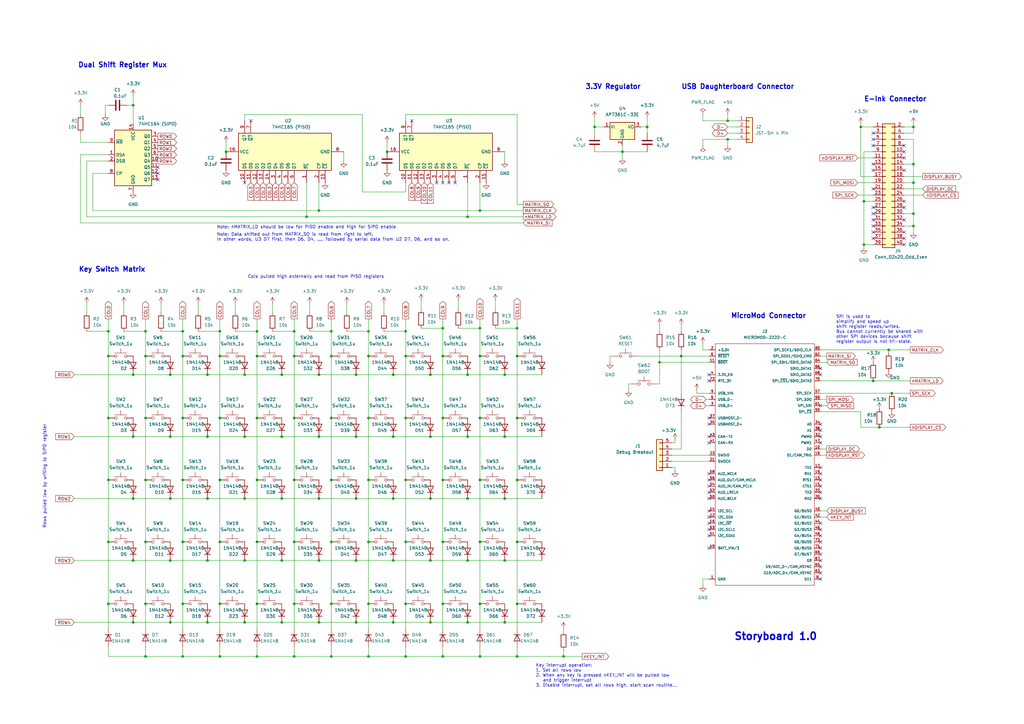
<source format=kicad_sch>
(kicad_sch (version 20211123) (generator eeschema)
  (paper "A3")
  (lib_symbols
    (symbol "74xx:74HC164"
      (property "Reference" "U" (at 1.905 -13.97 0))
      (property "Value" "74HC164" (at 1.905 -16.51 0))
      (symbol "74HC164_1_1"
        (pin input line (at -10.16 0 0) (length 2.54) (name "DSA") (number "1"))
        (pin output line (at 10.16 -2.54 180) (length 2.54) (name "Q4") (number "10"))
        (pin output line (at 10.16 -5.08 180) (length 2.54) (name "Q5") (number "11"))
        (pin output line (at 10.16 -7.62 180) (length 2.54) (name "Q6") (number "12"))
        (pin output line (at 10.16 -10.16 180) (length 2.54) (name "Q7") (number "13"))
        (pin power_in line (at 0 12.7 270) (length 2.54) (name "VCC") (number "14"))
        (pin input line (at -10.16 -2.54 0) (length 2.54) (name "DSB") (number "2"))
        (pin output line (at 10.16 7.62 180) (length 2.54) (name "Q0") (number "3"))
        (pin output line (at 10.16 5.08 180) (length 2.54) (name "Q1") (number "4"))
        (pin output line (at 10.16 2.54 180) (length 2.54) (name "Q2") (number "5"))
        (pin output line (at 10.16 0 180) (length 2.54) (name "Q3") (number "6"))
        (pin power_in line (at 0 -15.24 90) (length 2.54) (name "GND") (number "7"))
        (pin input line (at -10.16 -7.62 0) (length 2.54) (name "CP") (number "8"))
        (pin input line (at -10.16 5.08 0) (length 2.54) (name "~{MR}") (number "9"))
      )
    )
    (symbol "74xx:74HC165"
      (property "Reference" "U" (at -7.62 19.05 0))
      (property "Value" "74HC165" (at -7.62 -21.59 0))
      (symbol "74HC165_1_0"
        (pin input line (at -12.7 -10.16 0) (length 5.08) (name "~{PL}") (number "1"))
        (pin input line (at -12.7 15.24 0) (length 5.08) (name "DS") (number "10"))
        (pin input line (at -12.7 12.7 0) (length 5.08) (name "D0") (number "11"))
        (pin input line (at -12.7 10.16 0) (length 5.08) (name "D1") (number "12"))
        (pin input line (at -12.7 7.62 0) (length 5.08) (name "D2") (number "13"))
        (pin input line (at -12.7 5.08 0) (length 5.08) (name "D3") (number "14"))
        (pin input line (at -12.7 -17.78 0) (length 5.08) (name "~{CE}") (number "15"))
        (pin power_in line (at 0 22.86 270) (length 5.08) (name "VCC") (number "16"))
        (pin input line (at -12.7 -15.24 0) (length 5.08) (name "CP") (number "2"))
        (pin input line (at -12.7 2.54 0) (length 5.08) (name "D4") (number "3"))
        (pin input line (at -12.7 0 0) (length 5.08) (name "D5") (number "4"))
        (pin input line (at -12.7 -2.54 0) (length 5.08) (name "D6") (number "5"))
        (pin input line (at -12.7 -5.08 0) (length 5.08) (name "D7") (number "6"))
        (pin output line (at 12.7 12.7 180) (length 5.08) (name "~{Q7}") (number "7"))
        (pin power_in line (at 0 -25.4 90) (length 5.08) (name "GND") (number "8"))
        (pin output line (at 12.7 15.24 180) (length 5.08) (name "Q7") (number "9"))
      )
    )
    (symbol "Connector_Generic:Conn_01x04" (pin_names (offset 1.016) hide)
      (property "Reference" "J" (at 0 5.08 0))
      (property "Value" "Conn_01x04" (at 0 -7.62 0))
      (symbol "Conn_01x04_1_1"
        (pin passive line (at -5.08 2.54 0) (length 3.81) (name "Pin_1") (number "1"))
        (pin passive line (at -5.08 0 0) (length 3.81) (name "Pin_2") (number "2"))
        (pin passive line (at -5.08 -2.54 0) (length 3.81) (name "Pin_3") (number "3"))
        (pin passive line (at -5.08 -5.08 0) (length 3.81) (name "Pin_4") (number "4"))
      )
    )
    (symbol "Connector_Generic:Conn_01x05" (pin_names (offset 1.016) hide)
      (property "Reference" "J" (at 0 7.62 0))
      (property "Value" "Conn_01x05" (at 0 -7.62 0))
      (symbol "Conn_01x05_1_1"
        (pin passive line (at -5.08 5.08 0) (length 3.81) (name "Pin_1") (number "1"))
        (pin passive line (at -5.08 2.54 0) (length 3.81) (name "Pin_2") (number "2"))
        (pin passive line (at -5.08 0 0) (length 3.81) (name "Pin_3") (number "3"))
        (pin passive line (at -5.08 -2.54 0) (length 3.81) (name "Pin_4") (number "4"))
        (pin passive line (at -5.08 -5.08 0) (length 3.81) (name "Pin_5") (number "5"))
      )
    )
    (symbol "Connector_Generic:Conn_02x20_Odd_Even" (pin_names (offset 1.016) hide)
      (property "Reference" "J" (at 1.27 25.4 0))
      (property "Value" "Conn_02x20_Odd_Even" (at 1.27 -27.94 0))
      (symbol "Conn_02x20_Odd_Even_1_1"
        (pin passive line (at -5.08 22.86 0) (length 3.81) (name "Pin_1") (number "1"))
        (pin passive line (at 7.62 12.7 180) (length 3.81) (name "Pin_10") (number "10"))
        (pin passive line (at -5.08 10.16 0) (length 3.81) (name "Pin_11") (number "11"))
        (pin passive line (at 7.62 10.16 180) (length 3.81) (name "Pin_12") (number "12"))
        (pin passive line (at -5.08 7.62 0) (length 3.81) (name "Pin_13") (number "13"))
        (pin passive line (at 7.62 7.62 180) (length 3.81) (name "Pin_14") (number "14"))
        (pin passive line (at -5.08 5.08 0) (length 3.81) (name "Pin_15") (number "15"))
        (pin passive line (at 7.62 5.08 180) (length 3.81) (name "Pin_16") (number "16"))
        (pin passive line (at -5.08 2.54 0) (length 3.81) (name "Pin_17") (number "17"))
        (pin passive line (at 7.62 2.54 180) (length 3.81) (name "Pin_18") (number "18"))
        (pin passive line (at -5.08 0 0) (length 3.81) (name "Pin_19") (number "19"))
        (pin passive line (at 7.62 22.86 180) (length 3.81) (name "Pin_2") (number "2"))
        (pin passive line (at 7.62 0 180) (length 3.81) (name "Pin_20") (number "20"))
        (pin passive line (at -5.08 -2.54 0) (length 3.81) (name "Pin_21") (number "21"))
        (pin passive line (at 7.62 -2.54 180) (length 3.81) (name "Pin_22") (number "22"))
        (pin passive line (at -5.08 -5.08 0) (length 3.81) (name "Pin_23") (number "23"))
        (pin passive line (at 7.62 -5.08 180) (length 3.81) (name "Pin_24") (number "24"))
        (pin passive line (at -5.08 -7.62 0) (length 3.81) (name "Pin_25") (number "25"))
        (pin passive line (at 7.62 -7.62 180) (length 3.81) (name "Pin_26") (number "26"))
        (pin passive line (at -5.08 -10.16 0) (length 3.81) (name "Pin_27") (number "27"))
        (pin passive line (at 7.62 -10.16 180) (length 3.81) (name "Pin_28") (number "28"))
        (pin passive line (at -5.08 -12.7 0) (length 3.81) (name "Pin_29") (number "29"))
        (pin passive line (at -5.08 20.32 0) (length 3.81) (name "Pin_3") (number "3"))
        (pin passive line (at 7.62 -12.7 180) (length 3.81) (name "Pin_30") (number "30"))
        (pin passive line (at -5.08 -15.24 0) (length 3.81) (name "Pin_31") (number "31"))
        (pin passive line (at 7.62 -15.24 180) (length 3.81) (name "Pin_32") (number "32"))
        (pin passive line (at -5.08 -17.78 0) (length 3.81) (name "Pin_33") (number "33"))
        (pin passive line (at 7.62 -17.78 180) (length 3.81) (name "Pin_34") (number "34"))
        (pin passive line (at -5.08 -20.32 0) (length 3.81) (name "Pin_35") (number "35"))
        (pin passive line (at 7.62 -20.32 180) (length 3.81) (name "Pin_36") (number "36"))
        (pin passive line (at -5.08 -22.86 0) (length 3.81) (name "Pin_37") (number "37"))
        (pin passive line (at 7.62 -22.86 180) (length 3.81) (name "Pin_38") (number "38"))
        (pin passive line (at -5.08 -25.4 0) (length 3.81) (name "Pin_39") (number "39"))
        (pin passive line (at 7.62 20.32 180) (length 3.81) (name "Pin_4") (number "4"))
        (pin passive line (at 7.62 -25.4 180) (length 3.81) (name "Pin_40") (number "40"))
        (pin passive line (at -5.08 17.78 0) (length 3.81) (name "Pin_5") (number "5"))
        (pin passive line (at 7.62 17.78 180) (length 3.81) (name "Pin_6") (number "6"))
        (pin passive line (at -5.08 15.24 0) (length 3.81) (name "Pin_7") (number "7"))
        (pin passive line (at 7.62 15.24 180) (length 3.81) (name "Pin_8") (number "8"))
        (pin passive line (at -5.08 12.7 0) (length 3.81) (name "Pin_9") (number "9"))
      )
    )
    (symbol "Device:C" (pin_numbers hide) (pin_names (offset 0.254))
      (property "Reference" "C" (at 0.635 2.54 0))
      (property "Value" "C" (at 0.635 -2.54 0))
      (symbol "C_1_1"
        (pin passive line (at 0 3.81 270) (length 2.794) (name "~") (number "1"))
        (pin passive line (at 0 -3.81 90) (length 2.794) (name "~") (number "2"))
      )
    )
    (symbol "Device:R" (pin_numbers hide) (pin_names (offset 0))
      (property "Reference" "R" (at 2.032 0 90))
      (property "Value" "R" (at 0 0 90))
      (symbol "R_1_1"
        (pin passive line (at 0 3.81 270) (length 1.27) (name "~") (number "1"))
        (pin passive line (at 0 -3.81 90) (length 1.27) (name "~") (number "2"))
      )
    )
    (symbol "Diode:1N4148" (pin_numbers hide) (pin_names hide)
      (property "Reference" "D" (at 0 2.54 0))
      (property "Value" "1N4148" (at 0 -2.54 0))
      (symbol "1N4148_1_1"
        (pin passive line (at -3.81 0 0) (length 2.54) (name "K") (number "1"))
        (pin passive line (at 3.81 0 180) (length 2.54) (name "A") (number "2"))
      )
    )
    (symbol "Regulator_Linear:AP7361C-33E" (pin_names (offset 0.254))
      (property "Reference" "U" (at -3.81 3.175 0))
      (property "Value" "AP7361C-33E" (at 0 3.175 0))
      (symbol "AP7361C-33E_1_1"
        (pin power_in line (at -7.62 0 0) (length 2.54) (name "VI") (number "1"))
        (pin power_in line (at 0 -7.62 90) (length 2.54) (name "GND") (number "2"))
        (pin power_out line (at 7.62 0 180) (length 2.54) (name "VO") (number "3"))
      )
    )
    (symbol "SFMicroMod:MICROMOD-2222-C" (pin_names (offset 1.016))
      (property "Reference" "J3" (at 0 58.42 0))
      (property "Value" "MICROMOD-2222-C" (at 0 55.88 0))
      (symbol "MICROMOD-2222-C_1_1"
        (pin power_in line (at -22.86 -43.18 0) (length 2.54) (name "GND") (number "1"))
        (pin bidirectional line (at 22.86 10.16 180) (length 2.54) (name "D0") (number "10"))
        (pin bidirectional line (at -22.86 45.72 0) (length 2.54) (name "~{BOOT}") (number "11"))
        (pin bidirectional line (at -22.86 -17.78 0) (length 2.54) (name "I2C_SDA") (number "12"))
        (pin bidirectional line (at 22.86 -2.54 180) (length 2.54) (name "RTS1") (number "13"))
        (pin bidirectional line (at -22.86 -15.24 0) (length 2.54) (name "I2C_SCL") (number "14"))
        (pin bidirectional line (at 22.86 -5.08 180) (length 2.54) (name "CTS1") (number "15"))
        (pin bidirectional line (at -22.86 -20.32 0) (length 2.54) (name "I2C_~{INT}") (number "16"))
        (pin bidirectional line (at 22.86 2.54 180) (length 2.54) (name "TX1") (number "17"))
        (pin bidirectional line (at 22.86 7.62 180) (length 2.54) (name "D1/CAM_TRIG") (number "18"))
        (pin bidirectional line (at 22.86 0 180) (length 2.54) (name "RX1") (number "19"))
        (pin power_in line (at -22.86 50.8 0) (length 2.54) (name "+3.3V") (number "2"))
        (pin bidirectional line (at 22.86 -10.16 180) (length 2.54) (name "RX2") (number "20"))
        (pin bidirectional line (at -22.86 5.08 0) (length 2.54) (name "SWDCK") (number "21"))
        (pin bidirectional line (at 22.86 -7.62 180) (length 2.54) (name "TX2") (number "22"))
        (pin bidirectional line (at -22.86 7.62 0) (length 2.54) (name "SWDIO") (number "23"))
        (pin bidirectional line (at -22.86 27.94 0) (length 2.54) (name "USB_D+") (number "3"))
        (pin bidirectional line (at 22.86 15.24 180) (length 2.54) (name "PWM0") (number "32"))
        (pin power_in line (at -22.86 -43.18 0) (length 2.54) hide (name "GND") (number "33"))
        (pin bidirectional line (at 22.86 20.32 180) (length 2.54) (name "A0") (number "34"))
        (pin bidirectional line (at -22.86 20.32 0) (length 2.54) (name "USBHOST_D+") (number "35"))
        (pin power_in line (at -22.86 -43.18 0) (length 2.54) hide (name "GND") (number "36"))
        (pin bidirectional line (at -22.86 22.86 0) (length 2.54) (name "USBHOST_D-") (number "37"))
        (pin bidirectional line (at 22.86 17.78 180) (length 2.54) (name "A1") (number "38"))
        (pin power_in line (at -22.86 -43.18 0) (length 2.54) hide (name "GND") (number "39"))
        (pin bidirectional line (at -22.86 40.64 0) (length 2.54) (name "3.3V_EN") (number "4"))
        (pin bidirectional line (at 22.86 -15.24 180) (length 2.54) (name "G0/BUS0") (number "40"))
        (pin bidirectional line (at -22.86 12.7 0) (length 2.54) (name "CAN-RX") (number "41"))
        (pin bidirectional line (at 22.86 -17.78 180) (length 2.54) (name "G1/BUS1") (number "42"))
        (pin bidirectional line (at -22.86 15.24 0) (length 2.54) (name "CAN-TX") (number "43"))
        (pin bidirectional line (at 22.86 -20.32 180) (length 2.54) (name "G2/BUS2") (number "44"))
        (pin power_in line (at -22.86 -43.18 0) (length 2.54) hide (name "GND") (number "45"))
        (pin bidirectional line (at 22.86 -22.86 180) (length 2.54) (name "G3/BUS3") (number "46"))
        (pin bidirectional line (at 22.86 12.7 180) (length 2.54) (name "PWM1") (number "47"))
        (pin bidirectional line (at 22.86 -25.4 180) (length 2.54) (name "G4/BUS4") (number "48"))
        (pin bidirectional line (at -22.86 -30.48 0) (length 2.54) (name "BATT_VIN/3") (number "49"))
        (pin bidirectional line (at -22.86 30.48 0) (length 2.54) (name "USB_D-") (number "5"))
        (pin bidirectional line (at -22.86 -10.16 0) (length 2.54) (name "AUD_BCLK") (number "50"))
        (pin bidirectional line (at -22.86 -25.4 0) (length 2.54) (name "I2C_SDA1") (number "51"))
        (pin bidirectional line (at -22.86 -7.62 0) (length 2.54) (name "AUD_LRCLK") (number "52"))
        (pin bidirectional line (at -22.86 -22.86 0) (length 2.54) (name "I2C_SCL1") (number "53"))
        (pin bidirectional line (at -22.86 -5.08 0) (length 2.54) (name "AUD_IN/CAM_PCLK") (number "54"))
        (pin bidirectional line (at 22.86 25.4 180) (length 2.54) (name "SPI_~{CS}") (number "55"))
        (pin bidirectional line (at -22.86 -2.54 0) (length 2.54) (name "AUD_OUT/CAM_MCLK") (number "56"))
        (pin bidirectional line (at 22.86 33.02 180) (length 2.54) (name "SPI_SCK") (number "57"))
        (pin bidirectional line (at -22.86 0 0) (length 2.54) (name "AUD_MCLK") (number "58"))
        (pin bidirectional line (at 22.86 30.48 180) (length 2.54) (name "SPI_SDO") (number "59"))
        (pin bidirectional line (at -22.86 48.26 0) (length 2.54) (name "~{RESET}") (number "6"))
        (pin bidirectional line (at 22.86 50.8 180) (length 2.54) (name "SPI_SCK1/SDIO_CLK") (number "60"))
        (pin bidirectional line (at 22.86 27.94 180) (length 2.54) (name "SPI_SDI") (number "61"))
        (pin bidirectional line (at 22.86 48.26 180) (length 2.54) (name "SPI_SDO1/SDIO_CMD") (number "62"))
        (pin bidirectional line (at 22.86 -40.64 180) (length 2.54) (name "G10/ADC_D+/CAM_VSYNC") (number "63"))
        (pin bidirectional line (at 22.86 45.72 180) (length 2.54) (name "SPI_SDI1/SDIO_DATA0") (number "64"))
        (pin bidirectional line (at 22.86 -38.1 180) (length 2.54) (name "G9/ADC_D-/CAM_HSYNC") (number "65"))
        (pin bidirectional line (at 22.86 43.18 180) (length 2.54) (name "SDIO_DATA1") (number "66"))
        (pin bidirectional line (at 22.86 -35.56 180) (length 2.54) (name "G8") (number "67"))
        (pin bidirectional line (at 22.86 40.64 180) (length 2.54) (name "SDIO_DATA2") (number "68"))
        (pin bidirectional line (at 22.86 -33.02 180) (length 2.54) (name "G7/BUS7") (number "69"))
        (pin power_in line (at -22.86 -43.18 0) (length 2.54) hide (name "GND") (number "7"))
        (pin bidirectional line (at 22.86 38.1 180) (length 2.54) (name "SPI_~{CS1}/SDIO_DATA3") (number "70"))
        (pin bidirectional line (at 22.86 -30.48 180) (length 2.54) (name "G6/BUS6") (number "71"))
        (pin bidirectional line (at -22.86 38.1 0) (length 2.54) (name "RTC_3V") (number "72"))
        (pin bidirectional line (at 22.86 -27.94 180) (length 2.54) (name "G5/BUS5") (number "73"))
        (pin power_in line (at -22.86 50.8 0) (length 2.54) hide (name "+3.3V") (number "74"))
        (pin power_in line (at -22.86 -43.18 0) (length 2.54) hide (name "GND") (number "75"))
        (pin bidirectional line (at 22.86 -43.18 180) (length 2.54) (name "G11") (number "8"))
        (pin power_in line (at -22.86 33.02 0) (length 2.54) (name "USB_VIN") (number "9"))
      )
    )
    (symbol "Switch:SW_Push" (pin_numbers hide) (pin_names (offset 1.016) hide)
      (property "Reference" "SW" (at 1.27 2.54 0))
      (property "Value" "SW_Push" (at 0 -1.524 0))
      (symbol "SW_Push_0_1"
        (pin passive line (at -5.08 0 0) (length 2.54) (name "1") (number "1"))
        (pin passive line (at 5.08 0 180) (length 2.54) (name "2") (number "2"))
      )
    )
    (symbol "power:+3.3V" (power) (pin_names (offset 0))
      (property "Value" "+3.3V" (at 0 3.556 0))
      (symbol "+3.3V_1_1"
        (pin power_in line (at 0 0 90) (length 0) hide (name "+3.3V") (number "1"))
      )
    )
    (symbol "power:+5V" (power) (pin_names (offset 0))
      (property "Value" "+5V" (at 0 3.556 0))
      (symbol "+5V_1_1"
        (pin power_in line (at 0 0 90) (length 0) hide (name "+5V") (number "1"))
      )
    )
    (symbol "power:GND" (power) (pin_names (offset 0))
      (property "Value" "GND" (at 0 -3.81 0))
      (symbol "GND_1_1"
        (pin power_in line (at 0 0 270) (length 0) hide (name "GND") (number "1"))
      )
    )
    (symbol "power:PWR_FLAG" (power) (pin_numbers hide) (pin_names (offset 0) hide)
      (property "Value" "PWR_FLAG" (at 0 3.81 0))
      (symbol "PWR_FLAG_0_0"
        (pin power_out line (at 0 0 90) (length 0) (name "pwr") (number "1"))
      )
    )
  )
  (junction (at 90.17 135.89))
  (junction (at 74.93 135.89))
  (junction (at 146.05 204.47))
  (junction (at 74.93 146.05))
  (junction (at 120.65 269.24))
  (junction (at 44.45 196.85))
  (junction (at 181.61 196.85))
  (junction (at 105.41 222.25))
  (junction (at 100.33 204.47))
  (junction (at 44.45 247.65))
  (junction (at 59.69 247.65))
  (junction (at 191.77 204.47))
  (junction (at 151.13 247.65))
  (junction (at 212.09 134.62))
  (junction (at 176.53 179.07))
  (junction (at 212.09 222.25))
  (junction (at 100.33 179.07))
  (junction (at 161.29 179.07))
  (junction (at 146.05 153.67))
  (junction (at 59.69 146.05))
  (junction (at 151.13 222.25))
  (junction (at 196.85 269.24))
  (junction (at 90.17 222.25))
  (junction (at 181.61 146.05))
  (junction (at 135.89 135.89))
  (junction (at 364.49 143.51))
  (junction (at 151.13 135.89))
  (junction (at 298.45 49.53))
  (junction (at 255.27 62.23))
  (junction (at 212.09 196.85))
  (junction (at 130.81 229.87))
  (junction (at 212.09 269.24))
  (junction (at 181.61 134.62))
  (junction (at 135.89 196.85))
  (junction (at 146.05 179.07))
  (junction (at 100.33 153.67))
  (junction (at 85.09 255.27))
  (junction (at 85.09 179.07))
  (junction (at 135.89 171.45))
  (junction (at 69.85 229.87))
  (junction (at 176.53 255.27))
  (junction (at 54.61 153.67))
  (junction (at 44.45 146.05))
  (junction (at 196.85 134.62))
  (junction (at 161.29 229.87))
  (junction (at 130.81 153.67))
  (junction (at 120.65 247.65))
  (junction (at 166.37 171.45))
  (junction (at 90.17 146.05))
  (junction (at 212.09 247.65))
  (junction (at 196.85 222.25))
  (junction (at 130.81 86.36))
  (junction (at 74.93 222.25))
  (junction (at 130.81 204.47))
  (junction (at 207.01 204.47))
  (junction (at 191.77 153.67))
  (junction (at 166.37 146.05))
  (junction (at 85.09 229.87))
  (junction (at 59.69 196.85))
  (junction (at 161.29 255.27))
  (junction (at 44.45 135.89))
  (junction (at 44.45 222.25))
  (junction (at 100.33 255.27))
  (junction (at 85.09 204.47))
  (junction (at 69.85 153.67))
  (junction (at 374.65 67.31))
  (junction (at 354.33 100.33))
  (junction (at 374.65 87.63))
  (junction (at 90.17 269.24))
  (junction (at 279.4 146.05))
  (junction (at 353.06 52.07))
  (junction (at 54.61 204.47))
  (junction (at 105.41 196.85))
  (junction (at 115.57 153.67))
  (junction (at 125.73 88.9))
  (junction (at 358.14 156.21))
  (junction (at 161.29 153.67))
  (junction (at 105.41 146.05))
  (junction (at 120.65 135.89))
  (junction (at 105.41 171.45))
  (junction (at 90.17 247.65))
  (junction (at 166.37 269.24))
  (junction (at 146.05 229.87))
  (junction (at 207.01 229.87))
  (junction (at 105.41 247.65))
  (junction (at 151.13 171.45))
  (junction (at 166.37 247.65))
  (junction (at 135.89 269.24))
  (junction (at 196.85 146.05))
  (junction (at 74.93 171.45))
  (junction (at 74.93 269.24))
  (junction (at 360.68 175.26))
  (junction (at 120.65 196.85))
  (junction (at 191.77 255.27))
  (junction (at 176.53 204.47))
  (junction (at 115.57 255.27))
  (junction (at 54.61 43.18))
  (junction (at 151.13 269.24))
  (junction (at 365.76 161.29))
  (junction (at 92.71 62.23))
  (junction (at 191.77 179.07))
  (junction (at 191.77 229.87))
  (junction (at 85.09 153.67))
  (junction (at 120.65 222.25))
  (junction (at 130.81 179.07))
  (junction (at 270.51 148.59))
  (junction (at 207.01 179.07))
  (junction (at 212.09 146.05))
  (junction (at 176.53 153.67))
  (junction (at 196.85 86.36))
  (junction (at 100.33 229.87))
  (junction (at 191.77 88.9))
  (junction (at 161.29 204.47))
  (junction (at 120.65 146.05))
  (junction (at 54.61 255.27))
  (junction (at 158.75 62.23))
  (junction (at 196.85 171.45))
  (junction (at 54.61 229.87))
  (junction (at 135.89 222.25))
  (junction (at 105.41 269.24))
  (junction (at 243.84 52.07))
  (junction (at 231.14 269.24))
  (junction (at 74.93 196.85))
  (junction (at 374.65 74.93))
  (junction (at 181.61 222.25))
  (junction (at 207.01 153.67))
  (junction (at 54.61 179.07))
  (junction (at 151.13 146.05))
  (junction (at 59.69 222.25))
  (junction (at 105.41 135.89))
  (junction (at 181.61 247.65))
  (junction (at 354.33 82.55))
  (junction (at 146.05 255.27))
  (junction (at 120.65 171.45))
  (junction (at 374.65 52.07))
  (junction (at 166.37 196.85))
  (junction (at 59.69 269.24))
  (junction (at 374.65 92.71))
  (junction (at 151.13 196.85))
  (junction (at 74.93 247.65))
  (junction (at 207.01 255.27))
  (junction (at 69.85 255.27))
  (junction (at 115.57 204.47))
  (junction (at 44.45 171.45))
  (junction (at 135.89 146.05))
  (junction (at 130.81 255.27))
  (junction (at 196.85 247.65))
  (junction (at 181.61 269.24))
  (junction (at 166.37 135.89))
  (junction (at 69.85 179.07))
  (junction (at 115.57 179.07))
  (junction (at 90.17 196.85))
  (junction (at 212.09 171.45))
  (junction (at 115.57 229.87))
  (junction (at 265.43 52.07))
  (junction (at 196.85 196.85))
  (junction (at 59.69 171.45))
  (junction (at 176.53 229.87))
  (junction (at 181.61 171.45))
  (junction (at 90.17 171.45))
  (junction (at 59.69 135.89))
  (junction (at 298.45 57.15))
  (junction (at 135.89 247.65))
  (junction (at 166.37 222.25))
  (junction (at 69.85 204.47))
  (no_connect (at 64.77 73.66))
  (no_connect (at 336.55 204.47))
  (no_connect (at 358.14 92.71))
  (no_connect (at 336.55 217.17))
  (no_connect (at 184.15 74.93))
  (no_connect (at 290.83 173.99))
  (no_connect (at 358.14 87.63))
  (no_connect (at 336.55 166.37))
  (no_connect (at 290.83 179.07))
  (no_connect (at 358.14 77.47))
  (no_connect (at 370.84 97.79))
  (no_connect (at 370.84 59.69))
  (no_connect (at 336.55 191.77))
  (no_connect (at 370.84 62.23))
  (no_connect (at 168.91 49.53))
  (no_connect (at 100.33 74.93))
  (no_connect (at 336.55 234.95))
  (no_connect (at 102.87 49.53))
  (no_connect (at 336.55 237.49))
  (no_connect (at 370.84 100.33))
  (no_connect (at 336.55 232.41))
  (no_connect (at 370.84 85.09))
  (no_connect (at 336.55 196.85))
  (no_connect (at 370.84 69.85))
  (no_connect (at 336.55 214.63))
  (no_connect (at 290.83 217.17))
  (no_connect (at 370.84 95.25))
  (no_connect (at 358.14 67.31))
  (no_connect (at 336.55 227.33))
  (no_connect (at 181.61 74.93))
  (no_connect (at 336.55 201.93))
  (no_connect (at 290.83 194.31))
  (no_connect (at 290.83 181.61))
  (no_connect (at 336.55 176.53))
  (no_connect (at 336.55 151.13))
  (no_connect (at 290.83 199.39))
  (no_connect (at 290.83 156.21))
  (no_connect (at 290.83 214.63))
  (no_connect (at 336.55 181.61))
  (no_connect (at 64.77 68.58))
  (no_connect (at 290.83 171.45))
  (no_connect (at 290.83 219.71))
  (no_connect (at 290.83 201.93))
  (no_connect (at 290.83 209.55))
  (no_connect (at 358.14 59.69))
  (no_connect (at 290.83 224.79))
  (no_connect (at 336.55 173.99))
  (no_connect (at 370.84 82.55))
  (no_connect (at 358.14 85.09))
  (no_connect (at 358.14 57.15))
  (no_connect (at 336.55 222.25))
  (no_connect (at 358.14 69.85))
  (no_connect (at 336.55 224.79))
  (no_connect (at 336.55 179.07))
  (no_connect (at 179.07 74.93))
  (no_connect (at 290.83 196.85))
  (no_connect (at 290.83 212.09))
  (no_connect (at 186.69 74.93))
  (no_connect (at 358.14 54.61))
  (no_connect (at 358.14 95.25))
  (no_connect (at 336.55 153.67))
  (no_connect (at 64.77 71.12))
  (no_connect (at 336.55 219.71))
  (no_connect (at 358.14 97.79))
  (no_connect (at 358.14 90.17))
  (no_connect (at 290.83 153.67))
  (no_connect (at 290.83 204.47))
  (no_connect (at 336.55 194.31))
  (no_connect (at 336.55 229.87))
  (no_connect (at 336.55 199.39))
  (no_connect (at 370.84 64.77))
  (no_connect (at 370.84 90.17))
  (wire (pts (xy 33.02 63.5) (xy 44.45 63.5)))
  (wire (pts (xy 358.14 72.39) (xy 353.06 72.39)))
  (wire (pts (xy 270.51 148.59) (xy 270.51 157.48)))
  (wire (pts (xy 74.93 135.89) (xy 74.93 146.05)))
  (wire (pts (xy 370.84 57.15) (xy 374.65 57.15)))
  (wire (pts (xy 370.84 74.93) (xy 374.65 74.93)))
  (wire (pts (xy 336.55 212.09) (xy 339.09 212.09)))
  (wire (pts (xy 148.59 78.74) (xy 166.37 78.74)))
  (wire (pts (xy 120.65 130.81) (xy 120.65 135.89)))
  (wire (pts (xy 59.69 171.45) (xy 59.69 196.85)))
  (wire (pts (xy 336.55 146.05) (xy 339.09 146.05)))
  (wire (pts (xy 298.45 52.07) (xy 302.26 52.07)))
  (wire (pts (xy 191.77 74.93) (xy 191.77 88.9)))
  (wire (pts (xy 146.05 153.67) (xy 161.29 153.67)))
  (wire (pts (xy 151.13 146.05) (xy 151.13 171.45)))
  (wire (pts (xy 74.93 247.65) (xy 74.93 257.81)))
  (wire (pts (xy 105.41 171.45) (xy 105.41 196.85)))
  (wire (pts (xy 100.33 229.87) (xy 115.57 229.87)))
  (wire (pts (xy 353.06 50.8) (xy 353.06 52.07)))
  (wire (pts (xy 374.65 57.15) (xy 374.65 67.31)))
  (wire (pts (xy 187.96 123.19) (xy 187.96 127)))
  (wire (pts (xy 181.61 171.45) (xy 181.61 196.85)))
  (wire (pts (xy 105.41 222.25) (xy 105.41 247.65)))
  (wire (pts (xy 135.89 171.45) (xy 135.89 196.85)))
  (wire (pts (xy 158.75 58.42) (xy 158.75 62.23)))
  (wire (pts (xy 44.45 43.18) (xy 43.18 43.18)))
  (wire (pts (xy 172.72 123.19) (xy 172.72 127)))
  (wire (pts (xy 135.89 146.05) (xy 135.89 171.45)))
  (wire (pts (xy 354.33 62.23) (xy 354.33 82.55)))
  (wire (pts (xy 166.37 247.65) (xy 166.37 257.81)))
  (wire (pts (xy 275.59 181.61) (xy 276.86 181.61)))
  (wire (pts (xy 30.48 153.67) (xy 54.61 153.67)))
  (wire (pts (xy 279.4 143.51) (xy 279.4 146.05)))
  (wire (pts (xy 66.04 124.46) (xy 66.04 128.27)))
  (wire (pts (xy 50.8 124.46) (xy 50.8 128.27)))
  (wire (pts (xy 288.29 46.99) (xy 288.29 49.53)))
  (wire (pts (xy 279.4 146.05) (xy 290.83 146.05)))
  (wire (pts (xy 54.61 229.87) (xy 69.85 229.87)))
  (wire (pts (xy 279.4 146.05) (xy 279.4 161.29)))
  (wire (pts (xy 105.41 196.85) (xy 105.41 222.25)))
  (wire (pts (xy 212.09 134.62) (xy 212.09 146.05)))
  (wire (pts (xy 140.97 62.23) (xy 140.97 66.04)))
  (wire (pts (xy 298.45 57.15) (xy 302.26 57.15)))
  (wire (pts (xy 336.55 143.51) (xy 364.49 143.51)))
  (wire (pts (xy 120.65 146.05) (xy 120.65 171.45)))
  (wire (pts (xy 279.4 168.91) (xy 279.4 184.15)))
  (wire (pts (xy 288.29 237.49) (xy 290.83 237.49)))
  (wire (pts (xy 166.37 146.05) (xy 166.37 171.45)))
  (wire (pts (xy 191.77 88.9) (xy 125.73 88.9)))
  (wire (pts (xy 33.02 54.61) (xy 33.02 58.42)))
  (wire (pts (xy 74.93 146.05) (xy 74.93 171.45)))
  (wire (pts (xy 370.84 80.01) (xy 378.46 80.01)))
  (wire (pts (xy 135.89 135.89) (xy 135.89 146.05)))
  (wire (pts (xy 105.41 247.65) (xy 105.41 257.81)))
  (wire (pts (xy 166.37 46.99) (xy 212.09 46.99)))
  (wire (pts (xy 33.02 91.44) (xy 33.02 63.5)))
  (wire (pts (xy 54.61 179.07) (xy 69.85 179.07)))
  (wire (pts (xy 275.59 191.77) (xy 276.86 191.77)))
  (wire (pts (xy 212.09 269.24) (xy 196.85 269.24)))
  (wire (pts (xy 35.56 135.89) (xy 44.45 135.89)))
  (wire (pts (xy 166.37 265.43) (xy 166.37 269.24)))
  (wire (pts (xy 275.59 186.69) (xy 290.83 186.69)))
  (wire (pts (xy 166.37 49.53) (xy 166.37 46.99)))
  (wire (pts (xy 151.13 135.89) (xy 151.13 146.05)))
  (wire (pts (xy 358.14 82.55) (xy 354.33 82.55)))
  (wire (pts (xy 351.79 74.93) (xy 358.14 74.93)))
  (wire (pts (xy 181.61 196.85) (xy 181.61 222.25)))
  (wire (pts (xy 353.06 175.26) (xy 360.68 175.26)))
  (wire (pts (xy 30.48 204.47) (xy 54.61 204.47)))
  (wire (pts (xy 354.33 82.55) (xy 354.33 100.33)))
  (wire (pts (xy 130.81 255.27) (xy 146.05 255.27)))
  (wire (pts (xy 59.69 135.89) (xy 59.69 146.05)))
  (wire (pts (xy 196.85 265.43) (xy 196.85 269.24)))
  (wire (pts (xy 191.77 204.47) (xy 207.01 204.47)))
  (wire (pts (xy 360.68 175.26) (xy 373.38 175.26)))
  (wire (pts (xy 243.84 62.23) (xy 255.27 62.23)))
  (wire (pts (xy 288.29 57.15) (xy 298.45 57.15)))
  (wire (pts (xy 351.79 80.01) (xy 358.14 80.01)))
  (wire (pts (xy 351.79 64.77) (xy 358.14 64.77)))
  (wire (pts (xy 35.56 66.04) (xy 35.56 88.9)))
  (wire (pts (xy 336.55 166.37) (xy 339.09 166.37)))
  (wire (pts (xy 115.57 153.67) (xy 130.81 153.67)))
  (wire (pts (xy 261.62 146.05) (xy 279.4 146.05)))
  (wire (pts (xy 270.51 133.35) (xy 270.51 135.89)))
  (wire (pts (xy 59.69 130.81) (xy 59.69 135.89)))
  (wire (pts (xy 336.55 156.21) (xy 358.14 156.21)))
  (wire (pts (xy 100.33 46.99) (xy 100.33 49.53)))
  (wire (pts (xy 298.45 54.61) (xy 302.26 54.61)))
  (wire (pts (xy 69.85 153.67) (xy 85.09 153.67)))
  (wire (pts (xy 74.93 130.81) (xy 74.93 135.89)))
  (wire (pts (xy 191.77 179.07) (xy 207.01 179.07)))
  (wire (pts (xy 157.48 135.89) (xy 166.37 135.89)))
  (wire (pts (xy 214.63 91.44) (xy 33.02 91.44)))
  (wire (pts (xy 130.81 179.07) (xy 146.05 179.07)))
  (wire (pts (xy 207.01 204.47) (xy 222.25 204.47)))
  (wire (pts (xy 44.45 265.43) (xy 44.45 269.24)))
  (wire (pts (xy 74.93 171.45) (xy 74.93 196.85)))
  (wire (pts (xy 176.53 255.27) (xy 191.77 255.27)))
  (wire (pts (xy 207.01 153.67) (xy 222.25 153.67)))
  (wire (pts (xy 105.41 130.81) (xy 105.41 135.89)))
  (wire (pts (xy 298.45 57.15) (xy 298.45 59.69)))
  (wire (pts (xy 151.13 222.25) (xy 151.13 247.65)))
  (wire (pts (xy 105.41 146.05) (xy 105.41 171.45)))
  (wire (pts (xy 74.93 196.85) (xy 74.93 222.25)))
  (wire (pts (xy 176.53 153.67) (xy 191.77 153.67)))
  (wire (pts (xy 370.84 72.39) (xy 378.46 72.39)))
  (wire (pts (xy 151.13 265.43) (xy 151.13 269.24)))
  (wire (pts (xy 181.61 269.24) (xy 166.37 269.24)))
  (wire (pts (xy 115.57 255.27) (xy 130.81 255.27)))
  (wire (pts (xy 100.33 46.99) (xy 148.59 46.99)))
  (wire (pts (xy 259.08 157.48) (xy 257.81 157.48)))
  (wire (pts (xy 90.17 222.25) (xy 90.17 247.65)))
  (wire (pts (xy 35.56 66.04) (xy 44.45 66.04)))
  (wire (pts (xy 130.81 86.36) (xy 196.85 86.36)))
  (wire (pts (xy 212.09 46.99) (xy 212.09 83.82)))
  (wire (pts (xy 44.45 71.12) (xy 38.1 71.12)))
  (wire (pts (xy 243.84 52.07) (xy 243.84 48.26)))
  (wire (pts (xy 336.55 148.59) (xy 339.09 148.59)))
  (wire (pts (xy 105.41 269.24) (xy 90.17 269.24)))
  (wire (pts (xy 191.77 229.87) (xy 207.01 229.87)))
  (wire (pts (xy 142.24 124.46) (xy 142.24 128.27)))
  (wire (pts (xy 35.56 124.46) (xy 35.56 128.27)))
  (wire (pts (xy 364.49 143.51) (xy 364.49 144.78)))
  (wire (pts (xy 92.71 58.42) (xy 92.71 62.23)))
  (wire (pts (xy 148.59 46.99) (xy 148.59 78.74)))
  (wire (pts (xy 288.29 140.97) (xy 288.29 143.51)))
  (wire (pts (xy 85.09 153.67) (xy 100.33 153.67)))
  (wire (pts (xy 212.09 222.25) (xy 212.09 247.65)))
  (wire (pts (xy 212.09 265.43) (xy 212.09 269.24)))
  (wire (pts (xy 54.61 153.67) (xy 69.85 153.67)))
  (wire (pts (xy 336.55 186.69) (xy 339.09 186.69)))
  (wire (pts (xy 115.57 204.47) (xy 130.81 204.47)))
  (wire (pts (xy 146.05 229.87) (xy 161.29 229.87)))
  (wire (pts (xy 35.56 88.9) (xy 125.73 88.9)))
  (wire (pts (xy 43.18 43.18) (xy 43.18 46.99)))
  (wire (pts (xy 54.61 39.37) (xy 54.61 43.18)))
  (wire (pts (xy 100.33 153.67) (xy 115.57 153.67)))
  (wire (pts (xy 196.85 134.62) (xy 196.85 146.05)))
  (wire (pts (xy 207.01 62.23) (xy 207.01 66.04)))
  (wire (pts (xy 44.45 222.25) (xy 44.45 247.65)))
  (wire (pts (xy 302.26 49.53) (xy 298.45 49.53)))
  (wire (pts (xy 161.29 179.07) (xy 176.53 179.07)))
  (wire (pts (xy 135.89 130.81) (xy 135.89 135.89)))
  (wire (pts (xy 96.52 124.46) (xy 96.52 128.27)))
  (wire (pts (xy 50.8 135.89) (xy 59.69 135.89)))
  (wire (pts (xy 176.53 204.47) (xy 191.77 204.47)))
  (wire (pts (xy 166.37 196.85) (xy 166.37 222.25)))
  (wire (pts (xy 81.28 124.46) (xy 81.28 128.27)))
  (wire (pts (xy 59.69 265.43) (xy 59.69 269.24)))
  (wire (pts (xy 212.09 196.85) (xy 212.09 222.25)))
  (wire (pts (xy 44.45 135.89) (xy 44.45 146.05)))
  (wire (pts (xy 336.55 163.83) (xy 339.09 163.83)))
  (wire (pts (xy 120.65 196.85) (xy 120.65 222.25)))
  (wire (pts (xy 336.55 209.55) (xy 339.09 209.55)))
  (wire (pts (xy 127 124.46) (xy 127 128.27)))
  (wire (pts (xy 146.05 179.07) (xy 161.29 179.07)))
  (wire (pts (xy 54.61 255.27) (xy 69.85 255.27)))
  (wire (pts (xy 196.85 130.81) (xy 196.85 134.62)))
  (wire (pts (xy 298.45 49.53) (xy 298.45 46.99)))
  (wire (pts (xy 364.49 143.51) (xy 373.38 143.51)))
  (wire (pts (xy 353.06 175.26) (xy 353.06 168.91)))
  (wire (pts (xy 120.65 135.89) (xy 120.65 146.05)))
  (wire (pts (xy 105.41 265.43) (xy 105.41 269.24)))
  (wire (pts (xy 370.84 67.31) (xy 374.65 67.31)))
  (wire (pts (xy 207.01 229.87) (xy 222.25 229.87)))
  (wire (pts (xy 90.17 146.05) (xy 90.17 171.45)))
  (wire (pts (xy 90.17 130.81) (xy 90.17 135.89)))
  (wire (pts (xy 96.52 135.89) (xy 105.41 135.89)))
  (wire (pts (xy 166.37 222.25) (xy 166.37 247.65)))
  (wire (pts (xy 276.86 191.77) (xy 276.86 193.04)))
  (wire (pts (xy 38.1 86.36) (xy 130.81 86.36)))
  (wire (pts (xy 59.69 196.85) (xy 59.69 222.25)))
  (wire (pts (xy 370.84 54.61) (xy 374.65 54.61)))
  (wire (pts (xy 90.17 135.89) (xy 90.17 146.05)))
  (wire (pts (xy 69.85 204.47) (xy 85.09 204.47)))
  (wire (pts (xy 212.09 130.81) (xy 212.09 134.62)))
  (wire (pts (xy 196.85 247.65) (xy 196.85 257.81)))
  (wire (pts (xy 33.02 43.18) (xy 33.02 46.99)))
  (wire (pts (xy 38.1 71.12) (xy 38.1 86.36)))
  (wire (pts (xy 353.06 168.91) (xy 336.55 168.91)))
  (wire (pts (xy 374.65 92.71) (xy 374.65 95.25)))
  (wire (pts (xy 288.29 240.03) (xy 288.29 237.49)))
  (wire (pts (xy 207.01 179.07) (xy 222.25 179.07)))
  (wire (pts (xy 151.13 171.45) (xy 151.13 196.85)))
  (wire (pts (xy 120.65 269.24) (xy 105.41 269.24)))
  (wire (pts (xy 127 135.89) (xy 135.89 135.89)))
  (wire (pts (xy 85.09 179.07) (xy 100.33 179.07)))
  (wire (pts (xy 212.09 146.05) (xy 212.09 171.45)))
  (wire (pts (xy 111.76 124.46) (xy 111.76 128.27)))
  (wire (pts (xy 191.77 255.27) (xy 207.01 255.27)))
  (wire (pts (xy 135.89 247.65) (xy 135.89 257.81)))
  (wire (pts (xy 270.51 148.59) (xy 270.51 143.51)))
  (wire (pts (xy 90.17 171.45) (xy 90.17 196.85)))
  (wire (pts (xy 125.73 74.93) (xy 125.73 88.9)))
  (wire (pts (xy 115.57 179.07) (xy 130.81 179.07)))
  (wire (pts (xy 214.63 86.36) (xy 196.85 86.36)))
  (wire (pts (xy 212.09 269.24) (xy 231.14 269.24)))
  (wire (pts (xy 196.85 269.24) (xy 181.61 269.24)))
  (wire (pts (xy 74.93 265.43) (xy 74.93 269.24)))
  (wire (pts (xy 262.89 52.07) (xy 265.43 52.07)))
  (wire (pts (xy 374.65 92.71) (xy 374.65 87.63)))
  (wire (pts (xy 120.65 222.25) (xy 120.65 247.65)))
  (wire (pts (xy 130.81 153.67) (xy 146.05 153.67)))
  (wire (pts (xy 100.33 255.27) (xy 115.57 255.27)))
  (wire (pts (xy 151.13 196.85) (xy 151.13 222.25)))
  (wire (pts (xy 354.33 100.33) (xy 354.33 101.6)))
  (wire (pts (xy 161.29 255.27) (xy 176.53 255.27)))
  (wire (pts (xy 44.45 196.85) (xy 44.45 222.25)))
  (wire (pts (xy 111.76 135.89) (xy 120.65 135.89)))
  (wire (pts (xy 353.06 52.07) (xy 358.14 52.07)))
  (wire (pts (xy 265.43 52.07) (xy 265.43 48.26)))
  (wire (pts (xy 90.17 247.65) (xy 90.17 257.81)))
  (wire (pts (xy 69.85 255.27) (xy 85.09 255.27)))
  (wire (pts (xy 166.37 130.81) (xy 166.37 135.89)))
  (wire (pts (xy 146.05 204.47) (xy 161.29 204.47)))
  (wire (pts (xy 135.89 222.25) (xy 135.89 247.65)))
  (wire (pts (xy 231.14 257.81) (xy 231.14 259.08)))
  (wire (pts (xy 120.65 171.45) (xy 120.65 196.85)))
  (wire (pts (xy 44.45 269.24) (xy 59.69 269.24)))
  (wire (pts (xy 69.85 229.87) (xy 85.09 229.87)))
  (wire (pts (xy 196.85 222.25) (xy 196.85 247.65)))
  (wire (pts (xy 151.13 247.65) (xy 151.13 257.81)))
  (wire (pts (xy 285.75 160.02) (xy 285.75 161.29)))
  (wire (pts (xy 161.29 204.47) (xy 176.53 204.47)))
  (wire (pts (xy 191.77 88.9) (xy 214.63 88.9)))
  (wire (pts (xy 374.65 87.63) (xy 374.65 74.93)))
  (wire (pts (xy 285.75 161.29) (xy 290.83 161.29)))
  (wire (pts (xy 275.59 189.23) (xy 290.83 189.23)))
  (wire (pts (xy 44.45 171.45) (xy 44.45 196.85)))
  (wire (pts (xy 44.45 247.65) (xy 44.45 257.81)))
  (wire (pts (xy 161.29 229.87) (xy 176.53 229.87)))
  (wire (pts (xy 289.56 163.83) (xy 290.83 163.83)))
  (wire (pts (xy 196.85 171.45) (xy 196.85 196.85)))
  (wire (pts (xy 166.37 135.89) (xy 166.37 146.05)))
  (wire (pts (xy 54.61 43.18) (xy 54.61 50.8)))
  (wire (pts (xy 66.04 135.89) (xy 74.93 135.89)))
  (wire (pts (xy 135.89 196.85) (xy 135.89 222.25)))
  (wire (pts (xy 196.85 196.85) (xy 196.85 222.25)))
  (wire (pts (xy 33.02 58.42) (xy 44.45 58.42)))
  (wire (pts (xy 176.53 229.87) (xy 191.77 229.87)))
  (wire (pts (xy 275.59 184.15) (xy 279.4 184.15)))
  (wire (pts (xy 250.19 146.05) (xy 250.19 148.59)))
  (wire (pts (xy 100.33 204.47) (xy 115.57 204.47)))
  (wire (pts (xy 181.61 146.05) (xy 181.61 171.45)))
  (wire (pts (xy 135.89 265.43) (xy 135.89 269.24)))
  (wire (pts (xy 181.61 265.43) (xy 181.61 269.24)))
  (wire (pts (xy 212.09 171.45) (xy 212.09 196.85)))
  (wire (pts (xy 85.09 255.27) (xy 100.33 255.27)))
  (wire (pts (xy 289.56 166.37) (xy 290.83 166.37)))
  (wire (pts (xy 115.57 229.87) (xy 130.81 229.87)))
  (wire (pts (xy 120.65 247.65) (xy 120.65 257.81)))
  (wire (pts (xy 354.33 62.23) (xy 358.14 62.23)))
  (wire (pts (xy 203.2 134.62) (xy 212.09 134.62)))
  (wire (pts (xy 44.45 146.05) (xy 44.45 171.45)))
  (wire (pts (xy 353.06 72.39) (xy 353.06 52.07)))
  (wire (pts (xy 130.81 204.47) (xy 146.05 204.47)))
  (wire (pts (xy 358.14 100.33) (xy 354.33 100.33)))
  (wire (pts (xy 212.09 247.65) (xy 212.09 257.81)))
  (wire (pts (xy 151.13 269.24) (xy 135.89 269.24)))
  (wire (pts (xy 251.46 146.05) (xy 250.19 146.05)))
  (wire (pts (xy 130.81 74.93) (xy 130.81 86.36)))
  (wire (pts (xy 370.84 92.71) (xy 374.65 92.71)))
  (wire (pts (xy 146.05 255.27) (xy 161.29 255.27)))
  (wire (pts (xy 370.84 77.47) (xy 378.46 77.47)))
  (wire (pts (xy 370.84 87.63) (xy 374.65 87.63)))
  (wire (pts (xy 207.01 255.27) (xy 222.25 255.27)))
  (wire (pts (xy 176.53 179.07) (xy 191.77 179.07)))
  (wire (pts (xy 187.96 134.62) (xy 196.85 134.62)))
  (wire (pts (xy 90.17 265.43) (xy 90.17 269.24)))
  (wire (pts (xy 255.27 62.23) (xy 255.27 64.77)))
  (wire (pts (xy 59.69 269.24) (xy 74.93 269.24)))
  (wire (pts (xy 59.69 247.65) (xy 59.69 257.81)))
  (wire (pts (xy 231.14 266.7) (xy 231.14 269.24)))
  (wire (pts (xy 166.37 269.24) (xy 151.13 269.24)))
  (wire (pts (xy 85.09 229.87) (xy 100.33 229.87)))
  (wire (pts (xy 279.4 133.35) (xy 279.4 135.89)))
  (wire (pts (xy 142.24 135.89) (xy 151.13 135.89)))
  (wire (pts (xy 270.51 157.48) (xy 269.24 157.48)))
  (wire (pts (xy 161.29 153.67) (xy 176.53 153.67)))
  (wire (pts (xy 288.29 49.53) (xy 298.45 49.53)))
  (wire (pts (xy 69.85 179.07) (xy 85.09 179.07)))
  (wire (pts (xy 181.61 222.25) (xy 181.61 247.65)))
  (wire (pts (xy 243.84 52.07) (xy 243.84 54.61)))
  (wire (pts (xy 374.65 52.07) (xy 370.84 52.07)))
  (wire (pts (xy 90.17 196.85) (xy 90.17 222.25)))
  (wire (pts (xy 212.09 83.82) (xy 214.63 83.82)))
  (wire (pts (xy 265.43 52.07) (xy 265.43 54.61)))
  (wire (pts (xy 255.27 59.69) (xy 255.27 62.23)))
  (wire (pts (xy 44.45 130.81) (xy 44.45 135.89)))
  (wire (pts (xy 365.76 161.29) (xy 373.38 161.29)))
  (wire (pts (xy 191.77 153.67) (xy 207.01 153.67)))
  (wire (pts (xy 290.83 148.59) (xy 270.51 148.59)))
  (wire (pts (xy 288.29 143.51) (xy 290.83 143.51)))
  (wire (pts (xy 358.14 156.21) (xy 373.38 156.21)))
  (wire (pts (xy 157.48 124.46) (xy 157.48 128.27)))
  (wire (pts (xy 59.69 222.25) (xy 59.69 247.65)))
  (wire (pts (xy 203.2 123.19) (xy 203.2 127)))
  (wire (pts (xy 59.69 146.05) (xy 59.69 171.45)))
  (wire (pts (xy 120.65 269.24) (xy 135.89 269.24)))
  (wire (pts (xy 105.41 135.89) (xy 105.41 146.05)))
  (wire (pts (xy 120.65 265.43) (xy 120.65 269.24)))
  (wire (pts (xy 196.85 74.93) (xy 196.85 86.36)))
  (wire (pts (xy 181.61 247.65) (xy 181.61 257.81)))
  (wire (pts (xy 130.81 229.87) (xy 146.05 229.87)))
  (wire (pts (xy 30.48 179.07) (xy 54.61 179.07)))
  (wire (pts (xy 74.93 222.25) (xy 74.93 247.65)))
  (wire (pts (xy 172.72 134.62) (xy 181.61 134.62)))
  (wire (pts (xy 336.55 161.29) (xy 365.76 161.29)))
  (wire (pts (xy 85.09 204.47) (xy 100.33 204.47)))
  (wire (pts (xy 81.28 135.89) (xy 90.17 135.89)))
  (wire (pts (xy 166.37 171.45) (xy 166.37 196.85)))
  (wire (pts (xy 255.27 62.23) (xy 265.43 62.23)))
  (wire (pts (xy 30.48 229.87) (xy 54.61 229.87)))
  (wire (pts (xy 288.29 59.69) (xy 288.29 57.15)))
  (wire (pts (xy 336.55 184.15) (xy 339.09 184.15)))
  (wire (pts (xy 374.65 67.31) (xy 374.65 74.93)))
  (wire (pts (xy 181.61 134.62) (xy 181.61 146.05)))
  (wire (pts (xy 100.33 179.07) (xy 115.57 179.07)))
  (wire (pts (xy 54.61 204.47) (xy 69.85 204.47)))
  (wire (pts (xy 276.86 181.61) (xy 276.86 180.34)))
  (wire (pts (xy 374.65 50.8) (xy 374.65 52.07)))
  (wire (pts (xy 196.85 146.05) (xy 196.85 171.45)))
  (wire (pts (xy 374.65 54.61) (xy 374.65 52.07)))
  (wire (pts (xy 30.48 255.27) (xy 54.61 255.27)))
  (wire (pts (xy 74.93 269.24) (xy 90.17 269.24)))
  (wire (pts (xy 181.61 130.81) (xy 181.61 134.62)))
  (wire (pts (xy 231.14 269.24) (xy 238.76 269.24)))
  (wire (pts (xy 247.65 52.07) (xy 243.84 52.07)))
  (wire (pts (xy 257.81 157.48) (xy 257.81 160.02)))
  (wire (pts (xy 166.37 74.93) (xy 166.37 78.74)))
  (wire (pts (xy 52.07 43.18) (xy 54.61 43.18)))
  (wire (pts (xy 151.13 130.81) (xy 151.13 135.89)))
  (text "E-Ink Connector" (at 354.33 41.91 0) (effects (font (size 2 2) (thickness 0.4) bold) (justify left bottom)))
  (text "USB Daughterboard Connector" (at 279.4 36.83 0) (effects (font (size 2 2) (thickness 0.4) bold) (justify left bottom)))
  (text "Key interrupt operation:\n1. Set all rows low\n2. When any key is pressed nKEY_INT will be pulled low\n   and trigger interrupt\n3. Disable interrupt, set all rows high, start scan routine..." (at 219.71 281.94 0) (effects (font (size 1.27 1.27)) (justify left bottom)))
  (text "Note: Data shifted out from MATRIX_SO is read from right to left.\nIn other words, U3 D7 first, then D6, D4, ..., followed by serial data from U2 D7, D6, and so on." (at 88.9 99.06 0) (effects (font (size 1.27 1.27)) (justify left bottom)))
  (text "Storyboard 1.0" (at 300.99 262.89 0) (effects (font (size 3 3) (thickness 0.6) bold) (justify left bottom)))
  (text "3.3V Regulator" (at 240.03 36.83 0) (effects (font (size 2 2) (thickness 0.4) bold) (justify left bottom)))
  (text "SPI is used to\nsimplify and speed up\nshift register reads/writes.\nBus cannot currently be shared with\nother SPI devices because shift\nregister output is not tri-state." (at 342.9 140.97 0) (effects (font (size 1.27 1.27)) (justify left bottom)))
  (text "Cols pulled high externally and read from PISO registers" (at 101.6 114.3 0) (effects (font (size 1.27 1.27)) (justify left bottom)))
  (text "Key Switch Matrix" (at 59.69 111.76 180) (effects (font (size 2 2) (thickness 0.4) bold) (justify right bottom)))
  (text "Rows pulled low by writing to SIPO register" (at 19.05 173.99 270) (effects (font (size 1.27 1.27)) (justify right bottom)))
  (text "MicroMod Connector" (at 299.72 130.81 0) (effects (font (size 2 2) (thickness 0.4) bold) (justify left bottom)))
  (text "Dual Shift Register Mux" (at 68.58 27.94 180) (effects (font (size 2 2) (thickness 0.4) bold) (justify right bottom)))
  (text "Note: nMATRIX_LD should be low for PISO enable and high for SIPO enable" (at 88.9 93.98 0) (effects (font (size 1.27 1.27)) (justify left bottom)))
  (global_label "nKEY_INT" (shape output) (at 238.76 269.24 0) (property "Intersheet References" "${INTERSHEET_REFS}" (effects hide)))
  (global_label "COL5" (shape output) (at 120.65 130.81 90) (property "Intersheet References" "${INTERSHEET_REFS}" (effects hide)))
  (global_label "SPI_SCK" (shape output) (at 373.38 161.29 0) (property "Intersheet References" "${INTERSHEET_REFS}" (effects hide)))
  (global_label "nKEY_INT" (shape input) (at 339.09 212.09 0) (property "Intersheet References" "${INTERSHEET_REFS}" (effects hide)))
  (global_label "COL10" (shape input) (at 173.99 74.93 270) (property "Intersheet References" "${INTERSHEET_REFS}" (effects hide)))
  (global_label "COL2" (shape input) (at 107.95 74.93 270) (property "Intersheet References" "${INTERSHEET_REFS}" (effects hide)))
  (global_label "COL6" (shape input) (at 118.11 74.93 270) (property "Intersheet References" "${INTERSHEET_REFS}" (effects hide)))
  (global_label "nDISPLAY_RST" (shape output) (at 339.09 186.69 0) (property "Intersheet References" "${INTERSHEET_REFS}" (effects hide)))
  (global_label "COL11" (shape input) (at 176.53 74.93 270) (property "Intersheet References" "${INTERSHEET_REFS}" (effects hide)))
  (global_label "COL1" (shape output) (at 59.69 130.81 90) (property "Intersheet References" "${INTERSHEET_REFS}" (effects hide)))
  (global_label "ROW3" (shape input) (at 30.48 229.87 180) (property "Intersheet References" "${INTERSHEET_REFS}" (effects hide)))
  (global_label "nMATRIX_LD" (shape output) (at 214.63 88.9 0) (property "Intersheet References" "${INTERSHEET_REFS}" (effects hide)))
  (global_label "COL10" (shape output) (at 196.85 130.81 90) (property "Intersheet References" "${INTERSHEET_REFS}" (effects hide)))
  (global_label "nMATRIX_LD" (shape output) (at 373.38 156.21 0) (property "Intersheet References" "${INTERSHEET_REFS}" (effects hide)))
  (global_label "nDISPLAY_CS" (shape output) (at 373.38 175.26 0) (property "Intersheet References" "${INTERSHEET_REFS}" (effects hide)))
  (global_label "COL0" (shape output) (at 44.45 130.81 90) (property "Intersheet References" "${INTERSHEET_REFS}" (effects hide)))
  (global_label "SPI_SCK" (shape input) (at 351.79 80.01 180) (property "Intersheet References" "${INTERSHEET_REFS}" (effects hide)))
  (global_label "DISPLAY_DC" (shape output) (at 339.09 184.15 0) (property "Intersheet References" "${INTERSHEET_REFS}" (effects hide)))
  (global_label "ROW1" (shape output) (at 64.77 58.42 0) (property "Intersheet References" "${INTERSHEET_REFS}" (effects hide)))
  (global_label "MATRIX_SI" (shape output) (at 339.09 146.05 0) (property "Intersheet References" "${INTERSHEET_REFS}" (effects hide)))
  (global_label "D-" (shape bidirectional) (at 289.56 163.83 180) (property "Intersheet References" "${INTERSHEET_REFS}" (effects hide)))
  (global_label "ROW4" (shape input) (at 30.48 255.27 180) (property "Intersheet References" "${INTERSHEET_REFS}" (effects hide)))
  (global_label "ROW0" (shape input) (at 30.48 153.67 180) (property "Intersheet References" "${INTERSHEET_REFS}" (effects hide)))
  (global_label "COL6" (shape output) (at 135.89 130.81 90) (property "Intersheet References" "${INTERSHEET_REFS}" (effects hide)))
  (global_label "COL5" (shape input) (at 115.57 74.93 270) (property "Intersheet References" "${INTERSHEET_REFS}" (effects hide)))
  (global_label "nDISPLAY_RST" (shape input) (at 351.79 64.77 180) (property "Intersheet References" "${INTERSHEET_REFS}" (effects hide)))
  (global_label "D+" (shape bidirectional) (at 298.45 54.61 180) (property "Intersheet References" "${INTERSHEET_REFS}" (effects hide)))
  (global_label "MATRIX_SI" (shape input) (at 214.63 91.44 0) (property "Intersheet References" "${INTERSHEET_REFS}" (effects hide)))
  (global_label "DISPLAY_BUSY" (shape output) (at 378.46 72.39 0) (property "Intersheet References" "${INTERSHEET_REFS}" (effects hide)))
  (global_label "SPI_MOSI" (shape output) (at 339.09 163.83 0) (property "Intersheet References" "${INTERSHEET_REFS}" (effects hide)))
  (global_label "COL8" (shape output) (at 166.37 130.81 90) (property "Intersheet References" "${INTERSHEET_REFS}" (effects hide)))
  (global_label "DISPLAY_BUSY" (shape input) (at 339.09 209.55 0) (property "Intersheet References" "${INTERSHEET_REFS}" (effects hide)))
  (global_label "COL8" (shape input) (at 168.91 74.93 270) (property "Intersheet References" "${INTERSHEET_REFS}" (effects hide)))
  (global_label "ROW2" (shape input) (at 30.48 204.47 180) (property "Intersheet References" "${INTERSHEET_REFS}" (effects hide)))
  (global_label "COL4" (shape input) (at 113.03 74.93 270) (property "Intersheet References" "${INTERSHEET_REFS}" (effects hide)))
  (global_label "COL9" (shape input) (at 171.45 74.93 270) (property "Intersheet References" "${INTERSHEET_REFS}" (effects hide)))
  (global_label "COL2" (shape output) (at 74.93 130.81 90) (property "Intersheet References" "${INTERSHEET_REFS}" (effects hide)))
  (global_label "SPI_MISO" (shape input) (at 339.09 166.37 0) (property "Intersheet References" "${INTERSHEET_REFS}" (effects hide)))
  (global_label "MATRIX_SO" (shape output) (at 214.63 83.82 0) (property "Intersheet References" "${INTERSHEET_REFS}" (effects hide)))
  (global_label "COL1" (shape input) (at 105.41 74.93 270) (property "Intersheet References" "${INTERSHEET_REFS}" (effects hide)))
  (global_label "ROW0" (shape output) (at 64.77 55.88 0) (property "Intersheet References" "${INTERSHEET_REFS}" (effects hide)))
  (global_label "ROW1" (shape input) (at 30.48 179.07 180) (property "Intersheet References" "${INTERSHEET_REFS}" (effects hide)))
  (global_label "COL11" (shape output) (at 212.09 130.81 90) (property "Intersheet References" "${INTERSHEET_REFS}" (effects hide)))
  (global_label "MATRIX_CLK" (shape output) (at 373.38 143.51 0) (property "Intersheet References" "${INTERSHEET_REFS}" (effects hide)))
  (global_label "COL0" (shape input) (at 102.87 74.93 270) (property "Intersheet References" "${INTERSHEET_REFS}" (effects hide)))
  (global_label "nDISPLAY_CS" (shape input) (at 378.46 80.01 0) (property "Intersheet References" "${INTERSHEET_REFS}" (effects hide)))
  (global_label "COL7" (shape input) (at 120.65 74.93 270) (property "Intersheet References" "${INTERSHEET_REFS}" (effects hide)))
  (global_label "COL3" (shape output) (at 90.17 130.81 90) (property "Intersheet References" "${INTERSHEET_REFS}" (effects hide)))
  (global_label "D+" (shape bidirectional) (at 289.56 166.37 180) (property "Intersheet References" "${INTERSHEET_REFS}" (effects hide)))
  (global_label "COL4" (shape output) (at 105.41 130.81 90) (property "Intersheet References" "${INTERSHEET_REFS}" (effects hide)))
  (global_label "MATRIX_CLK" (shape output) (at 214.63 86.36 0) (property "Intersheet References" "${INTERSHEET_REFS}" (effects hide)))
  (global_label "COL7" (shape output) (at 151.13 130.81 90) (property "Intersheet References" "${INTERSHEET_REFS}" (effects hide)))
  (global_label "DISPLAY_DC" (shape input) (at 378.46 77.47 0) (property "Intersheet References" "${INTERSHEET_REFS}" (effects hide)))
  (global_label "ROW2" (shape output) (at 64.77 60.96 0) (property "Intersheet References" "${INTERSHEET_REFS}" (effects hide)))
  (global_label "ROW4" (shape output) (at 64.77 66.04 0) (property "Intersheet References" "${INTERSHEET_REFS}" (effects hide)))
  (global_label "COL9" (shape output) (at 181.61 130.81 90) (property "Intersheet References" "${INTERSHEET_REFS}" (effects hide)))
  (global_label "D-" (shape bidirectional) (at 298.45 52.07 180) (property "Intersheet References" "${INTERSHEET_REFS}" (effects hide)))
  (global_label "COL3" (shape input) (at 110.49 74.93 270) (property "Intersheet References" "${INTERSHEET_REFS}" (effects hide)))
  (global_label "ROW3" (shape output) (at 64.77 63.5 0) (property "Intersheet References" "${INTERSHEET_REFS}" (effects hide)))
  (global_label "SPI_MOSI" (shape input) (at 351.79 74.93 180) (property "Intersheet References" "${INTERSHEET_REFS}" (effects hide)))
  (global_label "MATRIX_SO" (shape input) (at 339.09 148.59 0) (property "Intersheet References" "${INTERSHEET_REFS}" (effects hide)))
  (symbol (lib_id "Device:R") (at 127 132.08 0) (unit 1)
    (property "Reference" "R8" (at 129.54 130.8099 0) (effects (justify left)))
    (property "Value" "10k" (at 129.54 133.3499 0) (effects (justify left)))
    (property "Footprint" "Resistor_SMD:R_0805_2012Metric" (effects hide))
  )
  (symbol (lib_id "Device:R") (at 50.8 132.08 0) (unit 1)
    (property "Reference" "R3" (at 53.34 130.8099 0) (effects (justify left)))
    (property "Value" "10k" (at 53.34 133.3499 0) (effects (justify left)))
    (property "Footprint" "Resistor_SMD:R_0805_2012Metric" (effects hide))
  )
  (symbol (lib_id "Switch:SW_Push") (at 256.54 146.05 0) (unit 1)
    (property "Reference" "SW61" (at 256.54 138.43 0))
    (property "Value" "RESET" (at 256.54 140.97 0))
    (property "Footprint" "Button_Switch_SMD:SW_SPST_TL3305A" (effects hide))
    (property "Datasheet" "https://www.digikey.com/en/products/detail/e-switch/TL3305BF260QG/5816185" (effects hide))
  )
  (symbol (lib_id "Diode:1N4148") (at 130.81 175.26 90) (unit 1)
    (property "Reference" "D33" (at 128.27 176.53 90) (effects (justify left)))
    (property "Value" "1N4148" (at 129.54 173.99 90) (effects (justify left)))
    (property "Footprint" "Diode_SMD:D_SOD-523" (effects hide))
    (property "Datasheet" "https://www.digikey.com/en/products/detail/onsemi/1N4148WT/1954014" (effects hide))
  )
  (symbol (lib_id "Diode:1N4148") (at 74.93 261.62 270) (unit 1)
    (property "Reference" "D13" (at 77.47 260.35 90) (effects (justify left)))
    (property "Value" "1N4148" (at 76.2 262.89 90) (effects (justify left)))
    (property "Footprint" "Diode_SMD:D_SOD-523" (effects hide))
    (property "Datasheet" "https://www.digikey.com/en/products/detail/onsemi/1N4148WT/1954014" (effects hide))
  )
  (symbol (lib_id "Switch:SW_Push") (at 49.53 247.65 0) (unit 1)
    (property "Reference" "SW5" (at 49.53 240.03 0))
    (property "Value" "Switch_1u" (at 49.53 242.57 0))
    (property "Footprint" "storyboard:Kailh_socket_MX" (effects hide))
  )
  (symbol (lib_id "power:+5V") (at 374.65 50.8 0) (unit 1)
    (property "Reference" "#PWR046" (effects hide))
    (property "Value" "+5V" (at 374.65 45.72 0))
  )
  (symbol (lib_id "Diode:1N4148") (at 222.25 226.06 90) (unit 1)
    (property "Reference" "D71" (at 219.71 227.33 90) (effects (justify left)))
    (property "Value" "1N4148" (at 220.98 224.79 90) (effects (justify left)))
    (property "Footprint" "Diode_SMD:D_SOD-523" (effects hide))
    (property "Datasheet" "https://www.digikey.com/en/products/detail/onsemi/1N4148WT/1954014" (effects hide))
  )
  (symbol (lib_id "Switch:SW_Push") (at 95.25 171.45 0) (unit 1)
    (property "Reference" "SW17" (at 95.25 163.83 0))
    (property "Value" "Switch_1u" (at 95.25 166.37 0))
    (property "Footprint" "storyboard:Kailh_socket_MX" (effects hide))
  )
  (symbol (lib_id "Diode:1N4148") (at 115.57 149.86 90) (unit 1)
    (property "Reference" "D26" (at 113.03 151.13 90) (effects (justify left)))
    (property "Value" "1N4148" (at 114.3 148.59 90) (effects (justify left)))
    (property "Footprint" "Diode_SMD:D_SOD-523" (effects hide))
    (property "Datasheet" "https://www.digikey.com/en/products/detail/onsemi/1N4148WT/1954014" (effects hide))
  )
  (symbol (lib_id "Device:R") (at 96.52 132.08 0) (unit 1)
    (property "Reference" "R6" (at 99.06 130.8099 0) (effects (justify left)))
    (property "Value" "10k" (at 99.06 133.3499 0) (effects (justify left)))
    (property "Footprint" "Resistor_SMD:R_0805_2012Metric" (effects hide))
  )
  (symbol (lib_id "Switch:SW_Push") (at 156.21 171.45 0) (unit 1)
    (property "Reference" "SW37" (at 156.21 163.83 0))
    (property "Value" "Switch_1u" (at 156.21 166.37 0))
    (property "Footprint" "storyboard:Kailh_socket_MX" (effects hide))
  )
  (symbol (lib_id "Device:R") (at 33.02 50.8 0) (unit 1)
    (property "Reference" "R1" (at 29.21 49.53 0) (effects (justify left)))
    (property "Value" "10k" (at 27.94 52.07 0) (effects (justify left)))
    (property "Footprint" "Resistor_SMD:R_0805_2012Metric" (effects hide))
  )
  (symbol (lib_id "power:+3.3V") (at 50.8 124.46 0) (unit 1)
    (property "Reference" "#PWR04" (effects hide))
    (property "Value" "+3.3V" (at 50.8 119.38 0))
  )
  (symbol (lib_id "Diode:1N4148") (at 161.29 175.26 90) (unit 1)
    (property "Reference" "D45" (at 158.75 176.53 90) (effects (justify left)))
    (property "Value" "1N4148" (at 160.02 173.99 90) (effects (justify left)))
    (property "Footprint" "Diode_SMD:D_SOD-523" (effects hide))
    (property "Datasheet" "https://www.digikey.com/en/products/detail/onsemi/1N4148WT/1954014" (effects hide))
  )
  (symbol (lib_id "Diode:1N4148") (at 69.85 175.26 90) (unit 1)
    (property "Reference" "D9" (at 67.31 176.53 90) (effects (justify left)))
    (property "Value" "1N4148" (at 68.58 173.99 90) (effects (justify left)))
    (property "Footprint" "Diode_SMD:D_SOD-523" (effects hide))
    (property "Datasheet" "https://www.digikey.com/en/products/detail/onsemi/1N4148WT/1954014" (effects hide))
  )
  (symbol (lib_id "Switch:SW_Push") (at 95.25 247.65 0) (unit 1)
    (property "Reference" "SW20" (at 95.25 240.03 0))
    (property "Value" "Switch_1u" (at 95.25 242.57 0))
    (property "Footprint" "storyboard:Kailh_socket_MX" (effects hide))
  )
  (symbol (lib_id "Device:R") (at 203.2 130.81 0) (unit 1)
    (property "Reference" "R13" (at 205.74 129.5399 0) (effects (justify left)))
    (property "Value" "10k" (at 205.74 132.0799 0) (effects (justify left)))
    (property "Footprint" "Resistor_SMD:R_0805_2012Metric" (effects hide))
  )
  (symbol (lib_id "74xx:74HC165") (at 115.57 62.23 90) (unit 1)
    (property "Reference" "U2" (at 118.11 49.53 90))
    (property "Value" "74HC165 (PISO)" (at 119.38 52.07 90))
    (property "Footprint" "Package_SO:SOIC-16_3.9x9.9mm_P1.27mm" (effects hide))
    (property "Datasheet" "https://www.digikey.com/en/products/detail/texas-instruments/SN74HC165DR/377068" (effects hide))
  )
  (symbol (lib_id "Switch:SW_Push") (at 140.97 247.65 0) (unit 1)
    (property "Reference" "SW35" (at 140.97 240.03 0))
    (property "Value" "Switch_1u" (at 140.97 242.57 0))
    (property "Footprint" "storyboard:Kailh_socket_MX" (effects hide))
  )
  (symbol (lib_id "power:PWR_FLAG") (at 288.29 59.69 180) (unit 1)
    (property "Reference" "#FLG0101" (effects hide))
    (property "Value" "PWR_FLAG" (at 288.29 64.77 0))
  )
  (symbol (lib_id "Device:C") (at 243.84 58.42 0) (unit 1)
    (property "Reference" "C4" (at 236.22 57.15 0) (effects (justify left)))
    (property "Value" "4.7uF" (at 234.95 59.69 0) (effects (justify left)))
    (property "Footprint" "Capacitor_SMD:C_0805_2012Metric" (effects hide))
    (property "Datasheet" "C2012X5R2A475K125AC" (effects hide))
  )
  (symbol (lib_id "Diode:1N4148") (at 146.05 175.26 90) (unit 1)
    (property "Reference" "D39" (at 143.51 176.53 90) (effects (justify left)))
    (property "Value" "1N4148" (at 144.78 173.99 90) (effects (justify left)))
    (property "Footprint" "Diode_SMD:D_SOD-523" (effects hide))
    (property "Datasheet" "https://www.digikey.com/en/products/detail/onsemi/1N4148WT/1954014" (effects hide))
  )
  (symbol (lib_id "Switch:SW_Push") (at 140.97 171.45 0) (unit 1)
    (property "Reference" "SW32" (at 140.97 163.83 0))
    (property "Value" "Switch_1u" (at 140.97 166.37 0))
    (property "Footprint" "storyboard:Kailh_socket_MX" (effects hide))
  )
  (symbol (lib_id "Diode:1N4148") (at 115.57 200.66 90) (unit 1)
    (property "Reference" "D28" (at 113.03 201.93 90) (effects (justify left)))
    (property "Value" "1N4148" (at 114.3 199.39 90) (effects (justify left)))
    (property "Footprint" "Diode_SMD:D_SOD-523" (effects hide))
    (property "Datasheet" "https://www.digikey.com/en/products/detail/onsemi/1N4148WT/1954014" (effects hide))
  )
  (symbol (lib_id "Diode:1N4148") (at 151.13 261.62 270) (unit 1)
    (property "Reference" "D43" (at 153.67 260.35 90) (effects (justify left)))
    (property "Value" "1N4148" (at 152.4 262.89 90) (effects (justify left)))
    (property "Footprint" "Diode_SMD:D_SOD-523" (effects hide))
    (property "Datasheet" "https://www.digikey.com/en/products/detail/onsemi/1N4148WT/1954014" (effects hide))
  )
  (symbol (lib_id "Diode:1N4148") (at 161.29 251.46 90) (unit 1)
    (property "Reference" "D48" (at 158.75 252.73 90) (effects (justify left)))
    (property "Value" "1N4148" (at 160.02 250.19 90) (effects (justify left)))
    (property "Footprint" "Diode_SMD:D_SOD-523" (effects hide))
    (property "Datasheet" "https://www.digikey.com/en/products/detail/onsemi/1N4148WT/1954014" (effects hide))
  )
  (symbol (lib_id "Device:R") (at 231.14 262.89 0) (unit 1)
    (property "Reference" "R14" (at 233.68 261.6199 0) (effects (justify left)))
    (property "Value" "10k" (at 233.68 264.1599 0) (effects (justify left)))
    (property "Footprint" "Resistor_SMD:R_0805_2012Metric" (effects hide))
  )
  (symbol (lib_id "Switch:SW_Push") (at 217.17 146.05 0) (unit 1)
    (property "Reference" "SW56" (at 217.17 138.43 0))
    (property "Value" "Switch_1u" (at 217.17 140.97 0))
    (property "Footprint" "storyboard:Kailh_socket_MX" (effects hide))
  )
  (symbol (lib_id "Switch:SW_Push") (at 264.16 157.48 0) (unit 1)
    (property "Reference" "SW62" (at 264.16 149.86 0))
    (property "Value" "BOOT" (at 264.16 152.4 0))
    (property "Footprint" "Button_Switch_SMD:SW_SPST_TL3305A" (effects hide))
    (property "Datasheet" "https://www.digikey.com/en/products/detail/e-switch/TL3305BF260QG/5816185" (effects hide))
  )
  (symbol (lib_id "Switch:SW_Push") (at 217.17 171.45 0) (unit 1)
    (property "Reference" "SW57" (at 217.17 163.83 0))
    (property "Value" "Switch_1u" (at 217.17 166.37 0))
    (property "Footprint" "storyboard:Kailh_socket_MX" (effects hide))
  )
  (symbol (lib_id "Connector_Generic:Conn_01x04") (at 307.34 52.07 0) (unit 1)
    (property "Reference" "J2" (at 309.88 52.0699 0) (effects (justify left)))
    (property "Value" "JST-SH 4 Pin" (at 309.88 54.6099 0) (effects (justify left)))
    (property "Footprint" "Connector_JST:JST_SH_SM04B-SRSS-TB_1x04-1MP_P1.00mm_Horizontal" (effects hide))
  )
  (symbol (lib_id "Device:R") (at 279.4 139.7 0) (unit 1)
    (property "Reference" "R16" (at 281.94 138.4299 0) (effects (justify left)))
    (property "Value" "10k" (at 281.94 140.9699 0) (effects (justify left)))
    (property "Footprint" "Resistor_SMD:R_0805_2012Metric" (effects hide))
  )
  (symbol (lib_id "Switch:SW_Push") (at 201.93 171.45 0) (unit 1)
    (property "Reference" "SW52" (at 201.93 163.83 0))
    (property "Value" "Switch_1u" (at 201.93 166.37 0))
    (property "Footprint" "storyboard:Kailh_socket_MX" (effects hide))
  )
  (symbol (lib_id "power:+3.3V") (at 265.43 48.26 0) (unit 1)
    (property "Reference" "#PWR030" (effects hide))
    (property "Value" "+3.3V" (at 265.43 43.18 0))
  )
  (symbol (lib_id "Switch:SW_Push") (at 95.25 146.05 0) (unit 1)
    (property "Reference" "SW16" (at 95.25 138.43 0))
    (property "Value" "Switch_1u" (at 95.25 140.97 0))
    (property "Footprint" "storyboard:Kailh_socket_MX" (effects hide))
  )
  (symbol (lib_id "Connector_Generic:Conn_02x20_Odd_Even") (at 363.22 74.93 0) (unit 1)
    (property "Reference" "J4" (at 368.3 102.87 0))
    (property "Value" "Conn_02x20_Odd_Even" (at 369.57 105.41 0))
    (property "Footprint" "storyboard:Waveshare_ePaper_HAT_352" (effects hide))
    (property "Datasheet" "https://www.waveshare.com/product/displays/e-paper/3.52inch-e-paper-hat.htm" (effects hide))
  )
  (symbol (lib_id "Diode:1N4148") (at 176.53 175.26 90) (unit 1)
    (property "Reference" "D51" (at 173.99 176.53 90) (effects (justify left)))
    (property "Value" "1N4148" (at 175.26 173.99 90) (effects (justify left)))
    (property "Footprint" "Diode_SMD:D_SOD-523" (effects hide))
    (property "Datasheet" "https://www.digikey.com/en/products/detail/onsemi/1N4148WT/1954014" (effects hide))
  )
  (symbol (lib_id "Diode:1N4148") (at 100.33 200.66 90) (unit 1)
    (property "Reference" "D21" (at 97.79 201.93 90) (effects (justify left)))
    (property "Value" "1N4148" (at 99.06 199.39 90) (effects (justify left)))
    (property "Footprint" "Diode_SMD:D_SOD-523" (effects hide))
    (property "Datasheet" "https://www.digikey.com/en/products/detail/onsemi/1N4148WT/1954014" (effects hide))
  )
  (symbol (lib_id "Device:R") (at 364.49 148.59 0) (unit 1)
    (property "Reference" "R19" (at 367.03 147.3199 0) (effects (justify left)))
    (property "Value" "10k" (at 367.03 149.8599 0) (effects (justify left)))
    (property "Footprint" "Resistor_SMD:R_0805_2012Metric" (effects hide))
  )
  (symbol (lib_id "Diode:1N4148") (at 207.01 251.46 90) (unit 1)
    (property "Reference" "D66" (at 204.47 252.73 90) (effects (justify left)))
    (property "Value" "1N4148" (at 205.74 250.19 90) (effects (justify left)))
    (property "Footprint" "Diode_SMD:D_SOD-523" (effects hide))
    (property "Datasheet" "https://www.digikey.com/en/products/detail/onsemi/1N4148WT/1954014" (effects hide))
  )
  (symbol (lib_id "Diode:1N4148") (at 44.45 261.62 270) (unit 1)
    (property "Reference" "D1" (at 46.99 260.35 90) (effects (justify left)))
    (property "Value" "1N4148" (at 45.72 262.89 90) (effects (justify left)))
    (property "Footprint" "Diode_SMD:D_SOD-523" (effects hide))
    (property "Datasheet" "https://www.digikey.com/en/products/detail/onsemi/1N4148WT/1954014" (effects hide))
  )
  (symbol (lib_id "Diode:1N4148") (at 146.05 226.06 90) (unit 1)
    (property "Reference" "D41" (at 143.51 227.33 90) (effects (justify left)))
    (property "Value" "1N4148" (at 144.78 224.79 90) (effects (justify left)))
    (property "Footprint" "Diode_SMD:D_SOD-523" (effects hide))
    (property "Datasheet" "https://www.digikey.com/en/products/detail/onsemi/1N4148WT/1954014" (effects hide))
  )
  (symbol (lib_id "power:PWR_FLAG") (at 288.29 46.99 0) (unit 1)
    (property "Reference" "#FLG0102" (effects hide))
    (property "Value" "PWR_FLAG" (at 288.29 41.91 0))
  )
  (symbol (lib_id "power:GND") (at 257.81 160.02 0) (unit 1)
    (property "Reference" "#PWR029" (effects hide))
    (property "Value" "GND" (at 257.81 165.1 0))
  )
  (symbol (lib_id "Switch:SW_Push") (at 140.97 146.05 0) (unit 1)
    (property "Reference" "SW31" (at 140.97 138.43 0))
    (property "Value" "Switch_1u" (at 140.97 140.97 0))
    (property "Footprint" "storyboard:Kailh_socket_MX" (effects hide))
  )
  (symbol (lib_id "74xx:74HC164") (at 54.61 63.5 0) (unit 1)
    (property "Reference" "U1" (at 56.6294 48.26 0) (effects (justify left)))
    (property "Value" "74HC164 (SIPO)" (at 56.6294 50.8 0) (effects (justify left)))
    (property "Footprint" "Package_SO:SOIC-14_3.9x8.7mm_P1.27mm" (effects hide))
    (property "Datasheet" "https://www.digikey.com/en/products/detail/diodes-incorporated/74HC164S14-13/7724718" (effects hide))
  )
  (symbol (lib_id "Diode:1N4148") (at 176.53 149.86 90) (unit 1)
    (property "Reference" "D50" (at 173.99 151.13 90) (effects (justify left)))
    (property "Value" "1N4148" (at 175.26 148.59 90) (effects (justify left)))
    (property "Footprint" "Diode_SMD:D_SOD-523" (effects hide))
    (property "Datasheet" "https://www.digikey.com/en/products/detail/onsemi/1N4148WT/1954014" (effects hide))
  )
  (symbol (lib_id "power:+3.3V") (at 288.29 140.97 0) (unit 1)
    (property "Reference" "#PWR038" (effects hide))
    (property "Value" "+3.3V" (at 288.29 135.89 0))
  )
  (symbol (lib_id "power:+5V") (at 285.75 160.02 0) (unit 1)
    (property "Reference" "#PWR035" (effects hide))
    (property "Value" "+5V" (at 285.75 154.94 0))
  )
  (symbol (lib_id "Diode:1N4148") (at 130.81 226.06 90) (unit 1)
    (property "Reference" "D35" (at 128.27 227.33 90) (effects (justify left)))
    (property "Value" "1N4148" (at 129.54 224.79 90) (effects (justify left)))
    (property "Footprint" "Diode_SMD:D_SOD-523" (effects hide))
    (property "Datasheet" "https://www.digikey.com/en/products/detail/onsemi/1N4148WT/1954014" (effects hide))
  )
  (symbol (lib_id "Diode:1N4148") (at 176.53 226.06 90) (unit 1)
    (property "Reference" "D53" (at 173.99 227.33 90) (effects (justify left)))
    (property "Value" "1N4148" (at 175.26 224.79 90) (effects (justify left)))
    (property "Footprint" "Diode_SMD:D_SOD-523" (effects hide))
    (property "Datasheet" "https://www.digikey.com/en/products/detail/onsemi/1N4148WT/1954014" (effects hide))
  )
  (symbol (lib_id "Switch:SW_Push") (at 110.49 196.85 0) (unit 1)
    (property "Reference" "SW23" (at 110.49 189.23 0))
    (property "Value" "Switch_1u" (at 110.49 191.77 0))
    (property "Footprint" "storyboard:Kailh_socket_MX" (effects hide))
  )
  (symbol (lib_id "Device:C") (at 92.71 66.04 0) (unit 1)
    (property "Reference" "C2" (at 85.09 64.77 0) (effects (justify left)))
    (property "Value" "0.1uF" (at 83.82 67.31 0) (effects (justify left)))
    (property "Footprint" "Capacitor_SMD:C_0805_2012Metric" (effects hide))
  )
  (symbol (lib_id "Switch:SW_Push") (at 80.01 247.65 0) (unit 1)
    (property "Reference" "SW15" (at 80.01 240.03 0))
    (property "Value" "Switch_1u" (at 80.01 242.57 0))
    (property "Footprint" "storyboard:Kailh_socket_MX" (effects hide))
  )
  (symbol (lib_id "power:+3.3V") (at 358.14 148.59 0) (unit 1)
    (property "Reference" "#PWR042" (effects hide))
    (property "Value" "+3.3V" (at 358.14 144.78 0))
  )
  (symbol (lib_id "Device:C") (at 48.26 43.18 90) (unit 1)
    (property "Reference" "C1" (at 49.53 36.83 90) (effects (justify left)))
    (property "Value" "0.1uF" (at 52.07 39.37 90) (effects (justify left)))
    (property "Footprint" "Capacitor_SMD:C_0805_2012Metric" (effects hide))
  )
  (symbol (lib_id "Switch:SW_Push") (at 95.25 196.85 0) (unit 1)
    (property "Reference" "SW18" (at 95.25 189.23 0))
    (property "Value" "Switch_1u" (at 95.25 191.77 0))
    (property "Footprint" "storyboard:Kailh_socket_MX" (effects hide))
  )
  (symbol (lib_id "Switch:SW_Push") (at 156.21 247.65 0) (unit 1)
    (property "Reference" "SW40" (at 156.21 240.03 0))
    (property "Value" "Switch_1u" (at 156.21 242.57 0))
    (property "Footprint" "storyboard:Kailh_socket_MX" (effects hide))
  )
  (symbol (lib_id "Diode:1N4148") (at 181.61 261.62 270) (unit 1)
    (property "Reference" "D55" (at 184.15 260.35 90) (effects (justify left)))
    (property "Value" "1N4148" (at 182.88 262.89 90) (effects (justify left)))
    (property "Footprint" "Diode_SMD:D_SOD-523" (effects hide))
    (property "Datasheet" "https://www.digikey.com/en/products/detail/onsemi/1N4148WT/1954014" (effects hide))
  )
  (symbol (lib_id "Diode:1N4148") (at 161.29 200.66 90) (unit 1)
    (property "Reference" "D46" (at 158.75 201.93 90) (effects (justify left)))
    (property "Value" "1N4148" (at 160.02 199.39 90) (effects (justify left)))
    (property "Footprint" "Diode_SMD:D_SOD-523" (effects hide))
    (property "Datasheet" "https://www.digikey.com/en/products/detail/onsemi/1N4148WT/1954014" (effects hide))
  )
  (symbol (lib_id "Diode:1N4148") (at 130.81 200.66 90) (unit 1)
    (property "Reference" "D34" (at 128.27 201.93 90) (effects (justify left)))
    (property "Value" "1N4148" (at 129.54 199.39 90) (effects (justify left)))
    (property "Footprint" "Diode_SMD:D_SOD-523" (effects hide))
    (property "Datasheet" "https://www.digikey.com/en/products/detail/onsemi/1N4148WT/1954014" (effects hide))
  )
  (symbol (lib_id "Connector_Generic:Conn_01x05") (at 270.51 186.69 180) (unit 1)
    (property "Reference" "J1" (at 261.62 182.88 0))
    (property "Value" "Debug Breakout" (at 260.35 185.42 0))
    (property "Footprint" "Connector_PinHeader_2.54mm:PinHeader_1x05_P2.54mm_Vertical" (effects hide))
  )
  (symbol (lib_id "power:GND") (at 92.71 69.85 0) (unit 1)
    (property "Reference" "#PWR010" (effects hide))
    (property "Value" "GND" (at 92.71 74.93 0))
  )
  (symbol (lib_id "Switch:SW_Push") (at 171.45 222.25 0) (unit 1)
    (property "Reference" "SW44" (at 171.45 214.63 0))
    (property "Value" "Switch_1u" (at 171.45 217.17 0))
    (property "Footprint" "storyboard:Kailh_socket_MX" (effects hide))
  )
  (symbol (lib_id "Diode:1N4148") (at 54.61 200.66 90) (unit 1)
    (property "Reference" "D4" (at 52.07 201.93 90) (effects (justify left)))
    (property "Value" "1N4148" (at 53.34 199.39 90) (effects (justify left)))
    (property "Footprint" "Diode_SMD:D_SOD-523" (effects hide))
    (property "Datasheet" "https://www.digikey.com/en/products/detail/onsemi/1N4148WT/1954014" (effects hide))
  )
  (symbol (lib_id "power:+3.3V") (at 66.04 124.46 0) (unit 1)
    (property "Reference" "#PWR07" (effects hide))
    (property "Value" "+3.3V" (at 66.04 119.38 0))
  )
  (symbol (lib_id "Switch:SW_Push") (at 186.69 222.25 0) (unit 1)
    (property "Reference" "SW49" (at 186.69 214.63 0))
    (property "Value" "Switch_1u" (at 186.69 217.17 0))
    (property "Footprint" "storyboard:Kailh_socket_MX" (effects hide))
  )
  (symbol (lib_id "power:+3.3V") (at 353.06 50.8 0) (unit 1)
    (property "Reference" "#PWR040" (effects hide))
    (property "Value" "+3.3V" (at 353.06 45.72 0))
  )
  (symbol (lib_id "Switch:SW_Push") (at 80.01 171.45 0) (unit 1)
    (property "Reference" "SW12" (at 80.01 163.83 0))
    (property "Value" "Switch_1u" (at 80.01 166.37 0))
    (property "Footprint" "storyboard:Kailh_socket_MX" (effects hide))
  )
  (symbol (lib_id "Diode:1N4148") (at 115.57 251.46 90) (unit 1)
    (property "Reference" "D30" (at 113.03 252.73 90) (effects (justify left)))
    (property "Value" "1N4148" (at 114.3 250.19 90) (effects (justify left)))
    (property "Footprint" "Diode_SMD:D_SOD-523" (effects hide))
    (property "Datasheet" "https://www.digikey.com/en/products/detail/onsemi/1N4148WT/1954014" (effects hide))
  )
  (symbol (lib_id "Switch:SW_Push") (at 171.45 146.05 0) (unit 1)
    (property "Reference" "SW41" (at 171.45 138.43 0))
    (property "Value" "Switch_1u" (at 171.45 140.97 0))
    (property "Footprint" "storyboard:Kailh_socket_MX" (effects hide))
  )
  (symbol (lib_id "Switch:SW_Push") (at 125.73 171.45 0) (unit 1)
    (property "Reference" "SW27" (at 125.73 163.83 0))
    (property "Value" "Switch_1u" (at 125.73 166.37 0))
    (property "Footprint" "storyboard:Kailh_socket_MX" (effects hide))
  )
  (symbol (lib_id "Diode:1N4148") (at 85.09 175.26 90) (unit 1)
    (property "Reference" "D15" (at 82.55 176.53 90) (effects (justify left)))
    (property "Value" "1N4148" (at 83.82 173.99 90) (effects (justify left)))
    (property "Footprint" "Diode_SMD:D_SOD-523" (effects hide))
    (property "Datasheet" "https://www.digikey.com/en/products/detail/onsemi/1N4148WT/1954014" (effects hide))
  )
  (symbol (lib_id "power:GND") (at 354.33 101.6 0) (unit 1)
    (property "Reference" "#PWR041" (effects hide))
    (property "Value" "GND" (at 354.33 106.68 0))
  )
  (symbol (lib_id "Device:C") (at 158.75 66.04 0) (unit 1)
    (property "Reference" "C3" (at 151.13 64.77 0) (effects (justify left)))
    (property "Value" "0.1uF" (at 149.86 67.31 0) (effects (justify left)))
    (property "Footprint" "Capacitor_SMD:C_0805_2012Metric" (effects hide))
  )
  (symbol (lib_id "power:GND") (at 54.61 78.74 0) (unit 1)
    (property "Reference" "#PWR06" (effects hide))
    (property "Value" "GND" (at 54.61 83.82 0))
  )
  (symbol (lib_id "Diode:1N4148") (at 130.81 149.86 90) (unit 1)
    (property "Reference" "D32" (at 128.27 151.13 90) (effects (justify left)))
    (property "Value" "1N4148" (at 129.54 148.59 90) (effects (justify left)))
    (property "Footprint" "Diode_SMD:D_SOD-523" (effects hide))
    (property "Datasheet" "https://www.digikey.com/en/products/detail/onsemi/1N4148WT/1954014" (effects hide))
  )
  (symbol (lib_id "power:+3.3V") (at 111.76 124.46 0) (unit 1)
    (property "Reference" "#PWR012" (effects hide))
    (property "Value" "+3.3V" (at 111.76 119.38 0))
  )
  (symbol (lib_id "Device:R") (at 157.48 132.08 0) (unit 1)
    (property "Reference" "R10" (at 160.02 130.8099 0) (effects (justify left)))
    (property "Value" "10k" (at 160.02 133.3499 0) (effects (justify left)))
    (property "Footprint" "Resistor_SMD:R_0805_2012Metric" (effects hide))
  )
  (symbol (lib_id "Switch:SW_Push") (at 125.73 222.25 0) (unit 1)
    (property "Reference" "SW29" (at 125.73 214.63 0))
    (property "Value" "Switch_1u" (at 125.73 217.17 0))
    (property "Footprint" "storyboard:Kailh_socket_MX" (effects hide))
  )
  (symbol (lib_id "power:GND") (at 276.86 193.04 0) (unit 1)
    (property "Reference" "#PWR033" (effects hide))
    (property "Value" "GND" (at 276.86 198.12 0))
  )
  (symbol (lib_id "power:+3.3V") (at 54.61 39.37 0) (unit 1)
    (property "Reference" "#PWR05" (effects hide))
    (property "Value" "+3.3V" (at 54.61 34.29 0))
  )
  (symbol (lib_id "power:+3.3V") (at 187.96 123.19 0) (unit 1)
    (property "Reference" "#PWR021" (effects hide))
    (property "Value" "+3.3V" (at 187.96 118.11 0))
  )
  (symbol (lib_id "Switch:SW_Push") (at 125.73 247.65 0) (unit 1)
    (property "Reference" "SW30" (at 125.73 240.03 0))
    (property "Value" "Switch_1u" (at 125.73 242.57 0))
    (property "Footprint" "storyboard:Kailh_socket_MX" (effects hide))
  )
  (symbol (lib_id "Diode:1N4148") (at 146.05 149.86 90) (unit 1)
    (property "Reference" "D38" (at 143.51 151.13 90) (effects (justify left)))
    (property "Value" "1N4148" (at 144.78 148.59 90) (effects (justify left)))
    (property "Footprint" "Diode_SMD:D_SOD-523" (effects hide))
    (property "Datasheet" "https://www.digikey.com/en/products/detail/onsemi/1N4148WT/1954014" (effects hide))
  )
  (symbol (lib_id "power:GND") (at 43.18 46.99 0) (unit 1)
    (property "Reference" "#PWR03" (effects hide))
    (property "Value" "GND" (at 43.18 50.8 0))
  )
  (symbol (lib_id "power:+3.3V") (at 157.48 124.46 0) (unit 1)
    (property "Reference" "#PWR017" (effects hide))
    (property "Value" "+3.3V" (at 157.48 119.38 0))
  )
  (symbol (lib_id "Diode:1N4148") (at 100.33 226.06 90) (unit 1)
    (property "Reference" "D22" (at 97.79 227.33 90) (effects (justify left)))
    (property "Value" "1N4148" (at 99.06 224.79 90) (effects (justify left)))
    (property "Footprint" "Diode_SMD:D_SOD-523" (effects hide))
    (property "Datasheet" "https://www.digikey.com/en/products/detail/onsemi/1N4148WT/1954014" (effects hide))
  )
  (symbol (lib_id "Switch:SW_Push") (at 64.77 196.85 0) (unit 1)
    (property "Reference" "SW8" (at 64.77 189.23 0))
    (property "Value" "Switch_1u" (at 64.77 191.77 0))
    (property "Footprint" "storyboard:Kailh_socket_MX" (effects hide))
  )
  (symbol (lib_id "Switch:SW_Push") (at 64.77 146.05 0) (unit 1)
    (property "Reference" "SW6" (at 64.77 138.43 0))
    (property "Value" "Switch_1u" (at 64.77 140.97 0))
    (property "Footprint" "storyboard:Kailh_socket_MX" (effects hide))
  )
  (symbol (lib_id "Switch:SW_Push") (at 201.93 196.85 0) (unit 1)
    (property "Reference" "SW53" (at 201.93 189.23 0))
    (property "Value" "Switch_1u" (at 201.93 191.77 0))
    (property "Footprint" "storyboard:Kailh_socket_MX" (effects hide))
  )
  (symbol (lib_id "power:+3.3V") (at 279.4 133.35 0) (unit 1)
    (property "Reference" "#PWR034" (effects hide))
    (property "Value" "+3.3V" (at 279.4 128.27 0))
  )
  (symbol (lib_id "Diode:1N4148") (at 146.05 251.46 90) (unit 1)
    (property "Reference" "D42" (at 143.51 252.73 90) (effects (justify left)))
    (property "Value" "1N4148" (at 144.78 250.19 90) (effects (justify left)))
    (property "Footprint" "Diode_SMD:D_SOD-523" (effects hide))
    (property "Datasheet" "https://www.digikey.com/en/products/detail/onsemi/1N4148WT/1954014" (effects hide))
  )
  (symbol (lib_id "Switch:SW_Push") (at 201.93 146.05 0) (unit 1)
    (property "Reference" "SW51" (at 201.93 138.43 0))
    (property "Value" "Switch_1u" (at 201.93 140.97 0))
    (property "Footprint" "storyboard:Kailh_socket_MX" (effects hide))
  )
  (symbol (lib_id "Diode:1N4148") (at 54.61 149.86 90) (unit 1)
    (property "Reference" "D2" (at 52.07 151.13 90) (effects (justify left)))
    (property "Value" "1N4148" (at 53.34 148.59 90) (effects (justify left)))
    (property "Footprint" "Diode_SMD:D_SOD-523" (effects hide))
    (property "Datasheet" "https://www.digikey.com/en/products/detail/onsemi/1N4148WT/1954014" (effects hide))
  )
  (symbol (lib_id "Switch:SW_Push") (at 125.73 146.05 0) (unit 1)
    (property "Reference" "SW26" (at 125.73 138.43 0))
    (property "Value" "Switch_1u" (at 125.73 140.97 0))
    (property "Footprint" "storyboard:Kailh_socket_MX" (effects hide))
  )
  (symbol (lib_id "Switch:SW_Push") (at 110.49 171.45 0) (unit 1)
    (property "Reference" "SW22" (at 110.49 163.83 0))
    (property "Value" "Switch_1u" (at 110.49 166.37 0))
    (property "Footprint" "storyboard:Kailh_socket_MX" (effects hide))
  )
  (symbol (lib_id "Switch:SW_Push") (at 140.97 196.85 0) (unit 1)
    (property "Reference" "SW33" (at 140.97 189.23 0))
    (property "Value" "Switch_1u" (at 140.97 191.77 0))
    (property "Footprint" "storyboard:Kailh_socket_MX" (effects hide))
  )
  (symbol (lib_id "Diode:1N4148") (at 176.53 251.46 90) (unit 1)
    (property "Reference" "D54" (at 173.99 252.73 90) (effects (justify left)))
    (property "Value" "1N4148" (at 175.26 250.19 90) (effects (justify left)))
    (property "Footprint" "Diode_SMD:D_SOD-523" (effects hide))
    (property "Datasheet" "https://www.digikey.com/en/products/detail/onsemi/1N4148WT/1954014" (effects hide))
  )
  (symbol (lib_id "Device:R") (at 35.56 132.08 0) (unit 1)
    (property "Reference" "R2" (at 38.1 130.8099 0) (effects (justify left)))
    (property "Value" "10k" (at 38.1 133.3499 0) (effects (justify left)))
    (property "Footprint" "Resistor_SMD:R_0805_2012Metric" (effects hide))
  )
  (symbol (lib_id "Diode:1N4148") (at 100.33 251.46 90) (unit 1)
    (property "Reference" "D23" (at 97.79 252.73 90) (effects (justify left)))
    (property "Value" "1N4148" (at 99.06 250.19 90) (effects (justify left)))
    (property "Footprint" "Diode_SMD:D_SOD-523" (effects hide))
    (property "Datasheet" "https://www.digikey.com/en/products/detail/onsemi/1N4148WT/1954014" (effects hide))
  )
  (symbol (lib_id "Diode:1N4148") (at 100.33 149.86 90) (unit 1)
    (property "Reference" "D20" (at 97.79 151.13 90) (effects (justify left)))
    (property "Value" "1N4148" (at 99.06 148.59 90) (effects (justify left)))
    (property "Footprint" "Diode_SMD:D_SOD-523" (effects hide))
    (property "Datasheet" "https://www.digikey.com/en/products/detail/onsemi/1N4148WT/1954014" (effects hide))
  )
  (symbol (lib_id "Diode:1N4148") (at 166.37 261.62 270) (unit 1)
    (property "Reference" "D49" (at 168.91 260.35 90) (effects (justify left)))
    (property "Value" "1N4148" (at 167.64 262.89 90) (effects (justify left)))
    (property "Footprint" "Diode_SMD:D_SOD-523" (effects hide))
    (property "Datasheet" "https://www.digikey.com/en/products/detail/onsemi/1N4148WT/1954014" (effects hide))
  )
  (symbol (lib_id "Diode:1N4148") (at 54.61 226.06 90) (unit 1)
    (property "Reference" "D5" (at 52.07 227.33 90) (effects (justify left)))
    (property "Value" "1N4148" (at 53.34 224.79 90) (effects (justify left)))
    (property "Footprint" "Diode_SMD:D_SOD-523" (effects hide))
    (property "Datasheet" "https://www.digikey.com/en/products/detail/onsemi/1N4148WT/1954014" (effects hide))
  )
  (symbol (lib_id "Switch:SW_Push") (at 156.21 146.05 0) (unit 1)
    (property "Reference" "SW36" (at 156.21 138.43 0))
    (property "Value" "Switch_1u" (at 156.21 140.97 0))
    (property "Footprint" "storyboard:Kailh_socket_MX" (effects hide))
  )
  (symbol (lib_id "Diode:1N4148") (at 85.09 149.86 90) (unit 1)
    (property "Reference" "D14" (at 82.55 151.13 90) (effects (justify left)))
    (property "Value" "1N4148" (at 83.82 148.59 90) (effects (justify left)))
    (property "Footprint" "Diode_SMD:D_SOD-523" (effects hide))
    (property "Datasheet" "https://www.digikey.com/en/products/detail/onsemi/1N4148WT/1954014" (effects hide))
  )
  (symbol (lib_id "Switch:SW_Push") (at 171.45 171.45 0) (unit 1)
    (property "Reference" "SW42" (at 171.45 163.83 0))
    (property "Value" "Switch_1u" (at 171.45 166.37 0))
    (property "Footprint" "storyboard:Kailh_socket_MX" (effects hide))
  )
  (symbol (lib_id "Diode:1N4148") (at 191.77 175.26 90) (unit 1)
    (property "Reference" "D57" (at 189.23 176.53 90) (effects (justify left)))
    (property "Value" "1N4148" (at 190.5 173.99 90) (effects (justify left)))
    (property "Footprint" "Diode_SMD:D_SOD-523" (effects hide))
    (property "Datasheet" "https://www.digikey.com/en/products/detail/onsemi/1N4148WT/1954014" (effects hide))
  )
  (symbol (lib_id "Device:R") (at 142.24 132.08 0) (unit 1)
    (property "Reference" "R9" (at 144.78 130.8099 0) (effects (justify left)))
    (property "Value" "10k" (at 144.78 133.3499 0) (effects (justify left)))
    (property "Footprint" "Resistor_SMD:R_0805_2012Metric" (effects hide))
  )
  (symbol (lib_id "Switch:SW_Push") (at 49.53 171.45 0) (unit 1)
    (property "Reference" "SW2" (at 49.53 163.83 0))
    (property "Value" "Switch_1u" (at 49.53 166.37 0))
    (property "Footprint" "storyboard:Kailh_socket_MX" (effects hide))
  )
  (symbol (lib_id "Switch:SW_Push") (at 186.69 196.85 0) (unit 1)
    (property "Reference" "SW48" (at 186.69 189.23 0))
    (property "Value" "Switch_1u" (at 186.69 191.77 0))
    (property "Footprint" "storyboard:Kailh_socket_MX" (effects hide))
  )
  (symbol (lib_id "Switch:SW_Push") (at 186.69 171.45 0) (unit 1)
    (property "Reference" "SW47" (at 186.69 163.83 0))
    (property "Value" "Switch_1u" (at 186.69 166.37 0))
    (property "Footprint" "storyboard:Kailh_socket_MX" (effects hide))
  )
  (symbol (lib_id "Diode:1N4148") (at 191.77 226.06 90) (unit 1)
    (property "Reference" "D59" (at 189.23 227.33 90) (effects (justify left)))
    (property "Value" "1N4148" (at 190.5 224.79 90) (effects (justify left)))
    (property "Footprint" "Diode_SMD:D_SOD-523" (effects hide))
    (property "Datasheet" "https://www.digikey.com/en/products/detail/onsemi/1N4148WT/1954014" (effects hide))
  )
  (symbol (lib_id "Diode:1N4148") (at 161.29 226.06 90) (unit 1)
    (property "Reference" "D47" (at 158.75 227.33 90) (effects (justify left)))
    (property "Value" "1N4148" (at 160.02 224.79 90) (effects (justify left)))
    (property "Footprint" "Diode_SMD:D_SOD-523" (effects hide))
    (property "Datasheet" "https://www.digikey.com/en/products/detail/onsemi/1N4148WT/1954014" (effects hide))
  )
  (symbol (lib_id "Diode:1N4148") (at 69.85 149.86 90) (unit 1)
    (property "Reference" "D8" (at 67.31 151.13 90) (effects (justify left)))
    (property "Value" "1N4148" (at 68.58 148.59 90) (effects (justify left)))
    (property "Footprint" "Diode_SMD:D_SOD-523" (effects hide))
    (property "Datasheet" "https://www.digikey.com/en/products/detail/onsemi/1N4148WT/1954014" (effects hide))
  )
  (symbol (lib_id "Diode:1N4148") (at 120.65 261.62 270) (unit 1)
    (property "Reference" "D31" (at 123.19 260.35 90) (effects (justify left)))
    (property "Value" "1N4148" (at 121.92 262.89 90) (effects (justify left)))
    (property "Footprint" "Diode_SMD:D_SOD-523" (effects hide))
    (property "Datasheet" "https://www.digikey.com/en/products/detail/onsemi/1N4148WT/1954014" (effects hide))
  )
  (symbol (lib_id "Switch:SW_Push") (at 80.01 196.85 0) (unit 1)
    (property "Reference" "SW13" (at 80.01 189.23 0))
    (property "Value" "Switch_1u" (at 80.01 191.77 0))
    (property "Footprint" "storyboard:Kailh_socket_MX" (effects hide))
  )
  (symbol (lib_id "Diode:1N4148") (at 146.05 200.66 90) (unit 1)
    (property "Reference" "D40" (at 143.51 201.93 90) (effects (justify left)))
    (property "Value" "1N4148" (at 144.78 199.39 90) (effects (justify left)))
    (property "Footprint" "Diode_SMD:D_SOD-523" (effects hide))
    (property "Datasheet" "https://www.digikey.com/en/products/detail/onsemi/1N4148WT/1954014" (effects hide))
  )
  (symbol (lib_id "74xx:74HC165") (at 181.61 62.23 90) (unit 1)
    (property "Reference" "U3" (at 184.15 49.53 90))
    (property "Value" "74HC165 (PISO)" (at 185.42 52.07 90))
    (property "Footprint" "Package_SO:SOIC-16_3.9x9.9mm_P1.27mm" (effects hide))
    (property "Datasheet" "https://www.digikey.com/en/products/detail/texas-instruments/SN74HC165DR/377068" (effects hide))
  )
  (symbol (lib_id "Switch:SW_Push") (at 186.69 247.65 0) (unit 1)
    (property "Reference" "SW50" (at 186.69 240.03 0))
    (property "Value" "Switch_1u" (at 186.69 242.57 0))
    (property "Footprint" "storyboard:Kailh_socket_MX" (effects hide))
  )
  (symbol (lib_id "Diode:1N4148") (at 135.89 261.62 270) (unit 1)
    (property "Reference" "D37" (at 138.43 260.35 90) (effects (justify left)))
    (property "Value" "1N4148" (at 137.16 262.89 90) (effects (justify left)))
    (property "Footprint" "Diode_SMD:D_SOD-523" (effects hide))
    (property "Datasheet" "https://www.digikey.com/en/products/detail/onsemi/1N4148WT/1954014" (effects hide))
  )
  (symbol (lib_id "power:+3.3V") (at 81.28 124.46 0) (unit 1)
    (property "Reference" "#PWR08" (effects hide))
    (property "Value" "+3.3V" (at 81.28 119.38 0))
  )
  (symbol (lib_id "Diode:1N4148") (at 85.09 226.06 90) (unit 1)
    (property "Reference" "D17" (at 82.55 227.33 90) (effects (justify left)))
    (property "Value" "1N4148" (at 83.82 224.79 90) (effects (justify left)))
    (property "Footprint" "Diode_SMD:D_SOD-523" (effects hide))
    (property "Datasheet" "https://www.digikey.com/en/products/detail/onsemi/1N4148WT/1954014" (effects hide))
  )
  (symbol (lib_id "Diode:1N4148") (at 90.17 261.62 270) (unit 1)
    (property "Reference" "D19" (at 92.71 260.35 90) (effects (justify left)))
    (property "Value" "1N4148" (at 91.44 262.89 90) (effects (justify left)))
    (property "Footprint" "Diode_SMD:D_SOD-523" (effects hide))
    (property "Datasheet" "https://www.digikey.com/en/products/detail/onsemi/1N4148WT/1954014" (effects hide))
  )
  (symbol (lib_id "power:+3.3V") (at 360.68 167.64 0) (unit 1)
    (property "Reference" "#PWR043" (effects hide))
    (property "Value" "+3.3V" (at 360.68 163.83 0))
  )
  (symbol (lib_id "power:+3.3V") (at 270.51 133.35 0) (unit 1)
    (property "Reference" "#PWR031" (effects hide))
    (property "Value" "+3.3V" (at 270.51 128.27 0))
  )
  (symbol (lib_id "Diode:1N4148") (at 207.01 175.26 90) (unit 1)
    (property "Reference" "D63" (at 204.47 176.53 90) (effects (justify left)))
    (property "Value" "1N4148" (at 205.74 173.99 90) (effects (justify left)))
    (property "Footprint" "Diode_SMD:D_SOD-523" (effects hide))
    (property "Datasheet" "https://www.digikey.com/en/products/detail/onsemi/1N4148WT/1954014" (effects hide))
  )
  (symbol (lib_id "Switch:SW_Push") (at 156.21 196.85 0) (unit 1)
    (property "Reference" "SW38" (at 156.21 189.23 0))
    (property "Value" "Switch_1u" (at 156.21 191.77 0))
    (property "Footprint" "storyboard:Kailh_socket_MX" (effects hide))
  )
  (symbol (lib_id "power:GND") (at 288.29 240.03 0) (unit 1)
    (property "Reference" "#PWR039" (effects hide))
    (property "Value" "GND" (at 288.29 245.11 0))
  )
  (symbol (lib_id "power:GND") (at 133.35 74.93 0) (unit 1)
    (property "Reference" "#PWR014" (effects hide))
    (property "Value" "GND" (at 133.35 80.01 0))
  )
  (symbol (lib_id "power:GND") (at 140.97 66.04 0) (unit 1)
    (property "Reference" "#PWR015" (effects hide))
    (property "Value" "GND" (at 140.97 71.12 0))
  )
  (symbol (lib_id "power:GND") (at 374.65 95.25 0) (unit 1)
    (property "Reference" "#PWR047" (effects hide))
    (property "Value" "GND" (at 374.65 100.33 0))
  )
  (symbol (lib_id "power:+3.3V") (at 127 124.46 0) (unit 1)
    (property "Reference" "#PWR013" (effects hide))
    (property "Value" "+3.3V" (at 127 119.38 0))
  )
  (symbol (lib_id "Diode:1N4148") (at 191.77 200.66 90) (unit 1)
    (property "Reference" "D58" (at 189.23 201.93 90) (effects (justify left)))
    (property "Value" "1N4148" (at 190.5 199.39 90) (effects (justify left)))
    (property "Footprint" "Diode_SMD:D_SOD-523" (effects hide))
    (property "Datasheet" "https://www.digikey.com/en/products/detail/onsemi/1N4148WT/1954014" (effects hide))
  )
  (symbol (lib_id "power:+5V") (at 243.84 48.26 0) (unit 1)
    (property "Reference" "#PWR026" (effects hide))
    (property "Value" "+5V" (at 243.84 43.18 0))
  )
  (symbol (lib_id "power:GND") (at 298.45 59.69 0) (unit 1)
    (property "Reference" "#PWR037" (effects hide))
    (property "Value" "GND" (at 298.45 64.77 0))
  )
  (symbol (lib_id "Switch:SW_Push") (at 217.17 196.85 0) (unit 1)
    (property "Reference" "SW58" (at 217.17 189.23 0))
    (property "Value" "Switch_1u" (at 217.17 191.77 0))
    (property "Footprint" "storyboard:Kailh_socket_MX" (effects hide))
  )
  (symbol (lib_id "power:+3.3V") (at 172.72 123.19 0) (unit 1)
    (property "Reference" "#PWR020" (effects hide))
    (property "Value" "+3.3V" (at 172.72 118.11 0))
  )
  (symbol (lib_id "power:+3.3V") (at 203.2 123.19 0) (unit 1)
    (property "Reference" "#PWR023" (effects hide))
    (property "Value" "+3.3V" (at 203.2 118.11 0))
  )
  (symbol (lib_id "Diode:1N4148") (at 279.4 165.1 90) (unit 1)
    (property "Reference" "D73" (at 276.86 166.37 90) (effects (justify left)))
    (property "Value" "1N4148" (at 278.13 163.83 90) (effects (justify left)))
    (property "Footprint" "Diode_SMD:D_SOD-523" (effects hide))
    (property "Datasheet" "https://www.digikey.com/en/products/detail/onsemi/1N4148WT/1954014" (effects hide))
  )
  (symbol (lib_id "Device:C") (at 265.43 58.42 0) (unit 1)
    (property "Reference" "C5" (at 269.24 57.1499 0) (effects (justify left)))
    (property "Value" "4.7uF" (at 269.24 59.6899 0) (effects (justify left)))
    (property "Footprint" "Capacitor_SMD:C_0805_2012Metric" (effects hide))
    (property "Datasheet" "C2012X5R2A475K125AC" (effects hide))
  )
  (symbol (lib_id "power:+3.3V") (at 158.75 58.42 0) (unit 1)
    (property "Reference" "#PWR018" (effects hide))
    (property "Value" "+3.3V" (at 158.75 53.34 0))
  )
  (symbol (lib_id "power:GND") (at 255.27 64.77 0) (unit 1)
    (property "Reference" "#PWR028" (effects hide))
    (property "Value" "GND" (at 255.27 69.85 0))
  )
  (symbol (lib_id "Diode:1N4148") (at 54.61 175.26 90) (unit 1)
    (property "Reference" "D3" (at 52.07 176.53 90) (effects (justify left)))
    (property "Value" "1N4148" (at 53.34 173.99 90) (effects (justify left)))
    (property "Footprint" "Diode_SMD:D_SOD-523" (effects hide))
    (property "Datasheet" "https://www.digikey.com/en/products/detail/onsemi/1N4148WT/1954014" (effects hide))
  )
  (symbol (lib_id "Diode:1N4148") (at 59.69 261.62 270) (unit 1)
    (property "Reference" "D7" (at 62.23 260.35 90) (effects (justify left)))
    (property "Value" "1N4148" (at 60.96 262.89 90) (effects (justify left)))
    (property "Footprint" "Diode_SMD:D_SOD-523" (effects hide))
    (property "Datasheet" "https://www.digikey.com/en/products/detail/onsemi/1N4148WT/1954014" (effects hide))
  )
  (symbol (lib_id "power:GND") (at 365.76 168.91 0) (unit 1)
    (property "Reference" "#PWR045" (effects hide))
    (property "Value" "GND" (at 365.76 172.72 0))
  )
  (symbol (lib_id "Diode:1N4148") (at 191.77 251.46 90) (unit 1)
    (property "Reference" "D60" (at 189.23 252.73 90) (effects (justify left)))
    (property "Value" "1N4148" (at 190.5 250.19 90) (effects (justify left)))
    (property "Footprint" "Diode_SMD:D_SOD-523" (effects hide))
    (property "Datasheet" "https://www.digikey.com/en/products/detail/onsemi/1N4148WT/1954014" (effects hide))
  )
  (symbol (lib_id "Diode:1N4148") (at 207.01 149.86 90) (unit 1)
    (property "Reference" "D62" (at 204.47 151.13 90) (effects (justify left)))
    (property "Value" "1N4148" (at 205.74 148.59 90) (effects (justify left)))
    (property "Footprint" "Diode_SMD:D_SOD-523" (effects hide))
    (property "Datasheet" "https://www.digikey.com/en/products/detail/onsemi/1N4148WT/1954014" (effects hide))
  )
  (symbol (lib_id "Diode:1N4148") (at 69.85 226.06 90) (unit 1)
    (property "Reference" "D11" (at 67.31 227.33 90) (effects (justify left)))
    (property "Value" "1N4148" (at 68.58 224.79 90) (effects (justify left)))
    (property "Footprint" "Diode_SMD:D_SOD-523" (effects hide))
    (property "Datasheet" "https://www.digikey.com/en/products/detail/onsemi/1N4148WT/1954014" (effects hide))
  )
  (symbol (lib_id "Device:R") (at 360.68 171.45 0) (unit 1)
    (property "Reference" "R18" (at 355.6 170.18 0) (effects (justify left)))
    (property "Value" "10k" (at 354.33 172.72 0) (effects (justify left)))
    (property "Footprint" "Resistor_SMD:R_0805_2012Metric" (effects hide))
  )
  (symbol (lib_id "power:GND") (at 364.49 152.4 0) (unit 1)
    (property "Reference" "#PWR044" (effects hide))
    (property "Value" "GND" (at 367.03 154.94 0))
  )
  (symbol (lib_id "power:+3.3V") (at 276.86 180.34 0) (unit 1)
    (property "Reference" "#PWR032" (effects hide))
    (property "Value" "+3.3V" (at 274.32 176.53 0))
  )
  (symbol (lib_id "Diode:1N4148") (at 115.57 226.06 90) (unit 1)
    (property "Reference" "D29" (at 113.03 227.33 90) (effects (justify left)))
    (property "Value" "1N4148" (at 114.3 224.79 90) (effects (justify left)))
    (property "Footprint" "Diode_SMD:D_SOD-523" (effects hide))
    (property "Datasheet" "https://www.digikey.com/en/products/detail/onsemi/1N4148WT/1954014" (effects hide))
  )
  (symbol (lib_id "Diode:1N4148") (at 196.85 261.62 270) (unit 1)
    (property "Reference" "D61" (at 199.39 260.35 90) (effects (justify left)))
    (property "Value" "1N4148" (at 198.12 262.89 90) (effects (justify left)))
    (property "Footprint" "Diode_SMD:D_SOD-523" (effects hide))
    (property "Datasheet" "https://www.digikey.com/en/products/detail/onsemi/1N4148WT/1954014" (effects hide))
  )
  (symbol (lib_id "power:+3.3V") (at 35.56 124.46 0) (unit 1)
    (property "Reference" "#PWR02" (effects hide))
    (property "Value" "+3.3V" (at 35.56 119.38 0))
  )
  (symbol (lib_id "Switch:SW_Push") (at 110.49 222.25 0) (unit 1)
    (property "Reference" "SW24" (at 110.49 214.63 0))
    (property "Value" "Switch_1u" (at 110.49 217.17 0))
    (property "Footprint" "storyboard:Kailh_socket_MX" (effects hide))
  )
  (symbol (lib_id "Switch:SW_Push") (at 64.77 171.45 0) (unit 1)
    (property "Reference" "SW7" (at 64.77 163.83 0))
    (property "Value" "Switch_1u" (at 64.77 166.37 0))
    (property "Footprint" "storyboard:Kailh_socket_MX" (effects hide))
  )
  (symbol (lib_id "Device:R") (at 66.04 132.08 0) (unit 1)
    (property "Reference" "R4" (at 68.58 130.8099 0) (effects (justify left)))
    (property "Value" "10k" (at 68.58 133.3499 0) (effects (justify left)))
    (property "Footprint" "Resistor_SMD:R_0805_2012Metric" (effects hide))
  )
  (symbol (lib_id "Switch:SW_Push") (at 156.21 222.25 0) (unit 1)
    (property "Reference" "SW39" (at 156.21 214.63 0))
    (property "Value" "Switch_1u" (at 156.21 217.17 0))
    (property "Footprint" "storyboard:Kailh_socket_MX" (effects hide))
  )
  (symbol (lib_id "Device:R") (at 187.96 130.81 0) (unit 1)
    (property "Reference" "R12" (at 190.5 129.5399 0) (effects (justify left)))
    (property "Value" "10k" (at 190.5 132.0799 0) (effects (justify left)))
    (property "Footprint" "Resistor_SMD:R_0805_2012Metric" (effects hide))
  )
  (symbol (lib_id "Switch:SW_Push") (at 201.93 247.65 0) (unit 1)
    (property "Reference" "SW55" (at 201.93 240.03 0))
    (property "Value" "Switch_1u" (at 201.93 242.57 0))
    (property "Footprint" "storyboard:Kailh_socket_MX" (effects hide))
  )
  (symbol (lib_id "Device:R") (at 111.76 132.08 0) (unit 1)
    (property "Reference" "R7" (at 114.3 130.8099 0) (effects (justify left)))
    (property "Value" "10k" (at 114.3 133.3499 0) (effects (justify left)))
    (property "Footprint" "Resistor_SMD:R_0805_2012Metric" (effects hide))
  )
  (symbol (lib_id "power:+3.3V") (at 142.24 124.46 0) (unit 1)
    (property "Reference" "#PWR016" (effects hide))
    (property "Value" "+3.3V" (at 142.24 119.38 0))
  )
  (symbol (lib_id "Switch:SW_Push") (at 171.45 196.85 0) (unit 1)
    (property "Reference" "SW43" (at 171.45 189.23 0))
    (property "Value" "Switch_1u" (at 171.45 191.77 0))
    (property "Footprint" "storyboard:Kailh_socket_MX" (effects hide))
  )
  (symbol (lib_id "Switch:SW_Push") (at 64.77 247.65 0) (unit 1)
    (property "Reference" "SW10" (at 64.77 240.03 0))
    (property "Value" "Switch_1u" (at 64.77 242.57 0))
    (property "Footprint" "storyboard:Kailh_socket_MX" (effects hide))
  )
  (symbol (lib_id "Device:R") (at 81.28 132.08 0) (unit 1)
    (property "Reference" "R5" (at 83.82 130.8099 0) (effects (justify left)))
    (property "Value" "10k" (at 83.82 133.3499 0) (effects (justify left)))
    (property "Footprint" "Resistor_SMD:R_0805_2012Metric" (effects hide))
  )
  (symbol (lib_id "power:GND") (at 158.75 69.85 0) (unit 1)
    (property "Reference" "#PWR019" (effects hide))
    (property "Value" "GND" (at 158.75 74.93 0))
  )
  (symbol (lib_id "Switch:SW_Push") (at 217.17 222.25 0) (unit 1)
    (property "Reference" "SW59" (at 217.17 214.63 0))
    (property "Value" "Switch_1u" (at 217.17 217.17 0))
    (property "Footprint" "storyboard:Kailh_socket_MX" (effects hide))
  )
  (symbol (lib_id "Switch:SW_Push") (at 171.45 247.65 0) (unit 1)
    (property "Reference" "SW45" (at 171.45 240.03 0))
    (property "Value" "Switch_1u" (at 171.45 242.57 0))
    (property "Footprint" "storyboard:Kailh_socket_MX" (effects hide))
  )
  (symbol (lib_id "Switch:SW_Push") (at 110.49 146.05 0) (unit 1)
    (property "Reference" "SW21" (at 110.49 138.43 0))
    (property "Value" "Switch_1u" (at 110.49 140.97 0))
    (property "Footprint" "storyboard:Kailh_socket_MX" (effects hide))
  )
  (symbol (lib_id "Device:R") (at 358.14 152.4 0) (unit 1)
    (property "Reference" "R17" (at 353.06 151.13 0) (effects (justify left)))
    (property "Value" "10k" (at 351.79 153.67 0) (effects (justify left)))
    (property "Footprint" "Resistor_SMD:R_0805_2012Metric" (effects hide))
  )
  (symbol (lib_id "Switch:SW_Push") (at 140.97 222.25 0) (unit 1)
    (property "Reference" "SW34" (at 140.97 214.63 0))
    (property "Value" "Switch_1u" (at 140.97 217.17 0))
    (property "Footprint" "storyboard:Kailh_socket_MX" (effects hide))
  )
  (symbol (lib_id "Switch:SW_Push") (at 201.93 222.25 0) (unit 1)
    (property "Reference" "SW54" (at 201.93 214.63 0))
    (property "Value" "Switch_1u" (at 201.93 217.17 0))
    (property "Footprint" "storyboard:Kailh_socket_MX" (effects hide))
  )
  (symbol (lib_id "power:GND") (at 250.19 148.59 0) (unit 1)
    (property "Reference" "#PWR027" (effects hide))
    (property "Value" "GND" (at 250.19 153.67 0))
  )
  (symbol (lib_id "Diode:1N4148") (at 222.25 149.86 90) (unit 1)
    (property "Reference" "D68" (at 219.71 151.13 90) (effects (justify left)))
    (property "Value" "1N4148" (at 220.98 148.59 90) (effects (justify left)))
    (property "Footprint" "Diode_SMD:D_SOD-523" (effects hide))
    (property "Datasheet" "https://www.digikey.com/en/products/detail/onsemi/1N4148WT/1954014" (effects hide))
  )
  (symbol (lib_id "Diode:1N4148") (at 212.09 261.62 270) (unit 1)
    (property "Reference" "D67" (at 214.63 260.35 90) (effects (justify left)))
    (property "Value" "1N4148" (at 213.36 262.89 90) (effects (justify left)))
    (property "Footprint" "Diode_SMD:D_SOD-523" (effects hide))
    (property "Datasheet" "https://www.digikey.com/en/products/detail/onsemi/1N4148WT/1954014" (effects hide))
  )
  (symbol (lib_id "Diode:1N4148") (at 191.77 149.86 90) (unit 1)
    (property "Reference" "D56" (at 189.23 151.13 90) (effects (justify left)))
    (property "Value" "1N4148" (at 190.5 148.59 90) (effects (justify left)))
    (property "Footprint" "Diode_SMD:D_SOD-523" (effects hide))
    (property "Datasheet" "https://www.digikey.com/en/products/detail/onsemi/1N4148WT/1954014" (effects hide))
  )
  (symbol (lib_id "Diode:1N4148") (at 85.09 200.66 90) (unit 1)
    (property "Reference" "D16" (at 82.55 201.93 90) (effects (justify left)))
    (property "Value" "1N4148" (at 83.82 199.39 90) (effects (justify left)))
    (property "Footprint" "Diode_SMD:D_SOD-523" (effects hide))
    (property "Datasheet" "https://www.digikey.com/en/products/detail/onsemi/1N4148WT/1954014" (effects hide))
  )
  (symbol (lib_id "Diode:1N4148") (at 115.57 175.26 90) (unit 1)
    (property "Reference" "D27" (at 113.03 176.53 90) (effects (justify left)))
    (property "Value" "1N4148" (at 114.3 173.99 90) (effects (justify left)))
    (property "Footprint" "Diode_SMD:D_SOD-523" (effects hide))
    (property "Datasheet" "https://www.digikey.com/en/products/detail/onsemi/1N4148WT/1954014" (effects hide))
  )
  (symbol (lib_id "power:+3.3V") (at 33.02 43.18 0) (unit 1)
    (property "Reference" "#PWR01" (effects hide))
    (property "Value" "+3.3V" (at 33.02 38.1 0))
  )
  (symbol (lib_id "Switch:SW_Push") (at 64.77 222.25 0) (unit 1)
    (property "Reference" "SW9" (at 64.77 214.63 0))
    (property "Value" "Switch_1u" (at 64.77 217.17 0))
    (property "Footprint" "storyboard:Kailh_socket_MX" (effects hide))
  )
  (symbol (lib_id "power:GND") (at 207.01 66.04 0) (unit 1)
    (property "Reference" "#PWR024" (effects hide))
    (property "Value" "GND" (at 207.01 71.12 0))
  )
  (symbol (lib_id "Switch:SW_Push") (at 186.69 146.05 0) (unit 1)
    (property "Reference" "SW46" (at 186.69 138.43 0))
    (property "Value" "Switch_1u" (at 186.69 140.97 0))
    (property "Footprint" "storyboard:Kailh_socket_MX" (effects hide))
  )
  (symbol (lib_id "Switch:SW_Push") (at 49.53 196.85 0) (unit 1)
    (property "Reference" "SW3" (at 49.53 189.23 0))
    (property "Value" "Switch_1u" (at 49.53 191.77 0))
    (property "Footprint" "storyboard:Kailh_socket_MX" (effects hide))
  )
  (symbol (lib_id "Switch:SW_Push") (at 110.49 247.65 0) (unit 1)
    (property "Reference" "SW25" (at 110.49 240.03 0))
    (property "Value" "Switch_1u" (at 110.49 242.57 0))
    (property "Footprint" "storyboard:Kailh_socket_MX" (effects hide))
  )
  (symbol (lib_id "Diode:1N4148") (at 207.01 200.66 90) (unit 1)
    (property "Reference" "D64" (at 204.47 201.93 90) (effects (justify left)))
    (property "Value" "1N4148" (at 205.74 199.39 90) (effects (justify left)))
    (property "Footprint" "Diode_SMD:D_SOD-523" (effects hide))
    (property "Datasheet" "https://www.digikey.com/en/products/detail/onsemi/1N4148WT/1954014" (effects hide))
  )
  (symbol (lib_id "Switch:SW_Push") (at 80.01 146.05 0) (unit 1)
    (property "Reference" "SW11" (at 80.01 138.43 0))
    (property "Value" "Switch_1u" (at 80.01 140.97 0))
    (property "Footprint" "storyboard:Kailh_socket_MX" (effects hide))
  )
  (symbol (lib_id "Diode:1N4148") (at 69.85 251.46 90) (unit 1)
    (property "Reference" "D12" (at 67.31 252.73 90) (effects (justify left)))
    (property "Value" "1N4148" (at 68.58 250.19 90) (effects (justify left)))
    (property "Footprint" "Diode_SMD:D_SOD-523" (effects hide))
    (property "Datasheet" "https://www.digikey.com/en/products/detail/onsemi/1N4148WT/1954014" (effects hide))
  )
  (symbol (lib_id "Diode:1N4148") (at 54.61 251.46 90) (unit 1)
    (property "Reference" "D6" (at 52.07 252.73 90) (effects (justify left)))
    (property "Value" "1N4148" (at 53.34 250.19 90) (effects (justify left)))
    (property "Footprint" "Diode_SMD:D_SOD-523" (effects hide))
    (property "Datasheet" "https://www.digikey.com/en/products/detail/onsemi/1N4148WT/1954014" (effects hide))
  )
  (symbol (lib_id "Diode:1N4148") (at 207.01 226.06 90) (unit 1)
    (property "Reference" "D65" (at 204.47 227.33 90) (effects (justify left)))
    (property "Value" "1N4148" (at 205.74 224.79 90) (effects (justify left)))
    (property "Footprint" "Diode_SMD:D_SOD-523" (effects hide))
    (property "Datasheet" "https://www.digikey.com/en/products/detail/onsemi/1N4148WT/1954014" (effects hide))
  )
  (symbol (lib_id "Switch:SW_Push") (at 80.01 222.25 0) (unit 1)
    (property "Reference" "SW14" (at 80.01 214.63 0))
    (property "Value" "Switch_1u" (at 80.01 217.17 0))
    (property "Footprint" "storyboard:Kailh_socket_MX" (effects hide))
  )
  (symbol (lib_id "Device:R") (at 365.76 165.1 0) (unit 1)
    (property "Reference" "R20" (at 368.3 163.8299 0) (effects (justify left)))
    (property "Value" "10k" (at 368.3 166.3699 0) (effects (justify left)))
    (property "Footprint" "Resistor_SMD:R_0805_2012Metric" (effects hide))
  )
  (symbol (lib_id "SFMicroMod:MICROMOD-2222-C") (at 313.69 194.31 0) (unit 1)
    (property "Reference" "J3" (at 313.69 135.89 0) (effects (font (size 1.143 1.143))))
    (property "Value" "MICROMOD-2222-C" (at 313.69 138.43 0) (effects (font (size 1.143 1.143))))
    (property "Footprint" "storyboard:SparkFun-MicroMod-M.2-CONNECTOR-E" (effects hide))
  )
  (symbol (lib_id "Switch:SW_Push") (at 217.17 247.65 0) (unit 1)
    (property "Reference" "SW60" (at 217.17 240.03 0))
    (property "Value" "Switch_1u" (at 217.17 242.57 0))
    (property "Footprint" "storyboard:Kailh_socket_MX" (effects hide))
  )
  (symbol (lib_id "Switch:SW_Push") (at 125.73 196.85 0) (unit 1)
    (property "Reference" "SW28" (at 125.73 189.23 0))
    (property "Value" "Switch_1u" (at 125.73 191.77 0))
    (property "Footprint" "storyboard:Kailh_socket_MX" (effects hide))
  )
  (symbol (lib_id "Switch:SW_Push") (at 49.53 146.05 0) (unit 1)
    (property "Reference" "SW1" (at 49.53 138.43 0))
    (property "Value" "Switch_1u" (at 49.53 140.97 0))
    (property "Footprint" "storyboard:Kailh_socket_MX" (effects hide))
  )
  (symbol (lib_id "power:+3.3V") (at 96.52 124.46 0) (unit 1)
    (property "Reference" "#PWR011" (effects hide))
    (property "Value" "+3.3V" (at 96.52 119.38 0))
  )
  (symbol (lib_id "Diode:1N4148") (at 105.41 261.62 270) (unit 1)
    (property "Reference" "D25" (at 107.95 260.35 90) (effects (justify left)))
    (property "Value" "1N4148" (at 106.68 262.89 90) (effects (justify left)))
    (property "Footprint" "Diode_SMD:D_SOD-523" (effects hide))
    (property "Datasheet" "https://www.digikey.com/en/products/detail/onsemi/1N4148WT/1954014" (effects hide))
  )
  (symbol (lib_id "power:+3.3V") (at 231.14 257.81 0) (unit 1)
    (property "Reference" "#PWR025" (effects hide))
    (property "Value" "+3.3V" (at 231.14 252.73 0))
  )
  (symbol (lib_id "power:+3.3V") (at 92.71 58.42 0) (unit 1)
    (property "Reference" "#PWR09" (effects hide))
    (property "Value" "+3.3V" (at 92.71 53.34 0))
  )
  (symbol (lib_id "Diode:1N4148") (at 100.33 175.26 90) (unit 1)
    (property "Reference" "D24" (at 97.79 176.53 90) (effects (justify left)))
    (property "Value" "1N4148" (at 99.06 173.99 90) (effects (justify left)))
    (property "Footprint" "Diode_SMD:D_SOD-523" (effects hide))
    (property "Datasheet" "https://www.digikey.com/en/products/detail/onsemi/1N4148WT/1954014" (effects hide))
  )
  (symbol (lib_id "Switch:SW_Push") (at 49.53 222.25 0) (unit 1)
    (property "Reference" "SW4" (at 49.53 214.63 0))
    (property "Value" "Switch_1u" (at 49.53 217.17 0))
    (property "Footprint" "storyboard:Kailh_socket_MX" (effects hide))
  )
  (symbol (lib_id "Diode:1N4148") (at 222.25 200.66 90) (unit 1)
    (property "Reference" "D70" (at 219.71 201.93 90) (effects (justify left)))
    (property "Value" "1N4148" (at 220.98 199.39 90) (effects (justify left)))
    (property "Footprint" "Diode_SMD:D_SOD-523" (effects hide))
    (property "Datasheet" "https://www.digikey.com/en/products/detail/onsemi/1N4148WT/1954014" (effects hide))
  )
  (symbol (lib_id "Device:R") (at 172.72 130.81 0) (unit 1)
    (property "Reference" "R11" (at 175.26 129.5399 0) (effects (justify left)))
    (property "Value" "10k" (at 175.26 132.0799 0) (effects (justify left)))
    (property "Footprint" "Resistor_SMD:R_0805_2012Metric" (effects hide))
  )
  (symbol (lib_id "power:+5V") (at 298.45 46.99 0) (unit 1)
    (property "Reference" "#PWR036" (effects hide))
    (property "Value" "+5V" (at 298.45 41.91 0))
  )
  (symbol (lib_id "Device:R") (at 270.51 139.7 0) (unit 1)
    (property "Reference" "R15" (at 273.05 138.4299 0) (effects (justify left)))
    (property "Value" "10k" (at 273.05 140.9699 0) (effects (justify left)))
    (property "Footprint" "Resistor_SMD:R_0805_2012Metric" (effects hide))
  )
  (symbol (lib_id "Switch:SW_Push") (at 95.25 222.25 0) (unit 1)
    (property "Reference" "SW19" (at 95.25 214.63 0))
    (property "Value" "Switch_1u" (at 95.25 217.17 0))
    (property "Footprint" "storyboard:Kailh_socket_MX" (effects hide))
  )
  (symbol (lib_id "Diode:1N4148") (at 85.09 251.46 90) (unit 1)
    (property "Reference" "D18" (at 82.55 252.73 90) (effects (justify left)))
    (property "Value" "1N4148" (at 83.82 250.19 90) (effects (justify left)))
    (property "Footprint" "Diode_SMD:D_SOD-523" (effects hide))
    (property "Datasheet" "https://www.digikey.com/en/products/detail/onsemi/1N4148WT/1954014" (effects hide))
  )
  (symbol (lib_id "Diode:1N4148") (at 176.53 200.66 90) (unit 1)
    (property "Reference" "D52" (at 173.99 201.93 90) (effects (justify left)))
    (property "Value" "1N4148" (at 175.26 199.39 90) (effects (justify left)))
    (property "Footprint" "Diode_SMD:D_SOD-523" (effects hide))
    (property "Datasheet" "https://www.digikey.com/en/products/detail/onsemi/1N4148WT/1954014" (effects hide))
  )
  (symbol (lib_id "Diode:1N4148") (at 69.85 200.66 90) (unit 1)
    (property "Reference" "D10" (at 67.31 201.93 90) (effects (justify left)))
    (property "Value" "1N4148" (at 68.58 199.39 90) (effects (justify left)))
    (property "Footprint" "Diode_SMD:D_SOD-523" (effects hide))
    (property "Datasheet" "https://www.digikey.com/en/products/detail/onsemi/1N4148WT/1954014" (effects hide))
  )
  (symbol (lib_id "Diode:1N4148") (at 130.81 251.46 90) (unit 1)
    (property "Reference" "D36" (at 128.27 252.73 90) (effects (justify left)))
    (property "Value" "1N4148" (at 129.54 250.19 90) (effects (justify left)))
    (property "Footprint" "Diode_SMD:D_SOD-523" (effects hide))
    (property "Datasheet" "https://www.digikey.com/en/products/detail/onsemi/1N4148WT/1954014" (effects hide))
  )
  (symbol (lib_id "power:GND") (at 199.39 74.93 0) (unit 1)
    (property "Reference" "#PWR022" (effects hide))
    (property "Value" "GND" (at 199.39 80.01 0))
  )
  (symbol (lib_id "Regulator_Linear:AP7361C-33E") (at 255.27 52.07 0) (unit 1)
    (property "Reference" "U4" (at 255.27 44.45 0))
    (property "Value" "AP7361C-33E" (at 255.27 46.99 0))
    (property "Footprint" "Package_TO_SOT_SMD:SOT-223-3_TabPin2" (effects hide))
    (property "Datasheet" "https://www.diodes.com/assets/Datasheets/AP7361C.pdf" (effects hide))
  )
  (symbol (lib_id "Diode:1N4148") (at 222.25 251.46 90) (unit 1)
    (property "Reference" "D72" (at 219.71 252.73 90) (effects (justify left)))
    (property "Value" "1N4148" (at 220.98 250.19 90) (effects (justify left)))
    (property "Footprint" "Diode_SMD:D_SOD-523" (effects hide))
    (property "Datasheet" "https://www.digikey.com/en/products/detail/onsemi/1N4148WT/1954014" (effects hide))
  )
  (symbol (lib_id "Diode:1N4148") (at 161.29 149.86 90) (unit 1)
    (property "Reference" "D44" (at 158.75 151.13 90) (effects (justify left)))
    (property "Value" "1N4148" (at 160.02 148.59 90) (effects (justify left)))
    (property "Footprint" "Diode_SMD:D_SOD-523" (effects hide))
    (property "Datasheet" "https://www.digikey.com/en/products/detail/onsemi/1N4148WT/1954014" (effects hide))
  )
  (symbol (lib_id "Diode:1N4148") (at 222.25 175.26 90) (unit 1)
    (property "Reference" "D69" (at 219.71 176.53 90) (effects (justify left)))
    (property "Value" "1N4148" (at 220.98 173.99 90) (effects (justify left)))
    (property "Footprint" "Diode_SMD:D_SOD-523" (effects hide))
    (property "Datasheet" "https://www.digikey.com/en/products/detail/onsemi/1N4148WT/1954014" (effects hide))
  )
)
</source>
